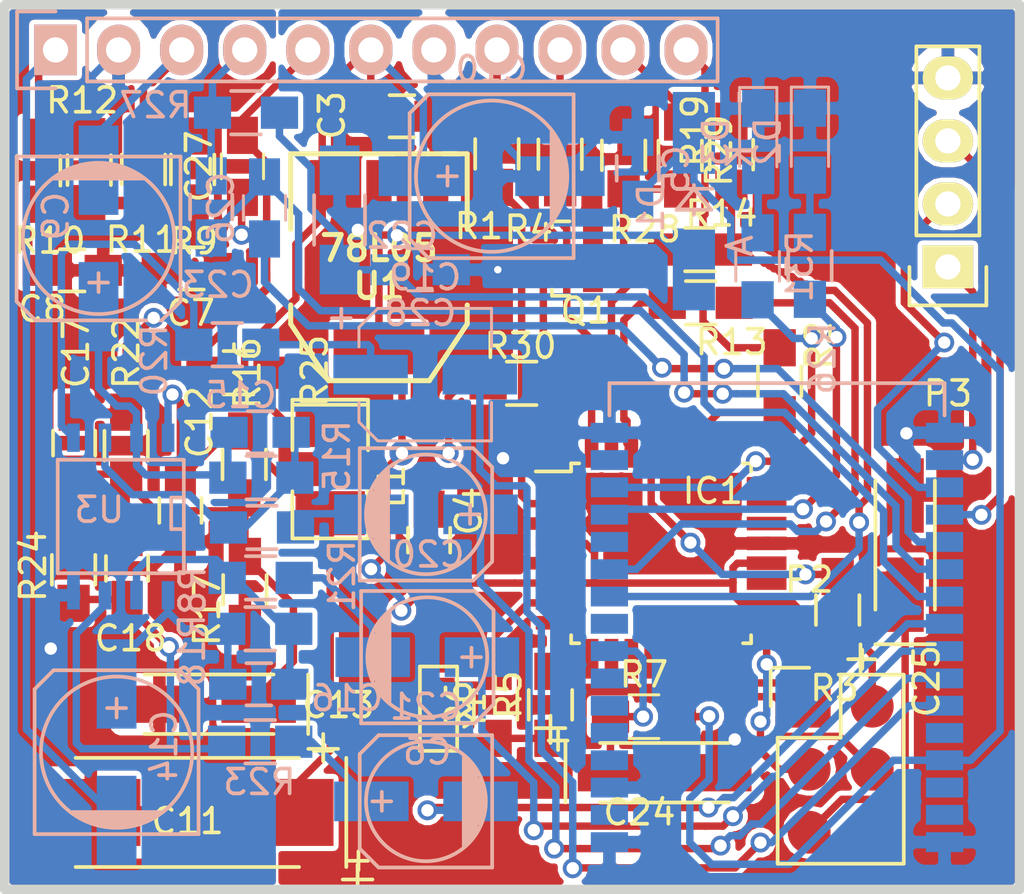
<source format=kicad_pcb>
(kicad_pcb (version 20171130) (host pcbnew 5.0.0-rc1-44a33f2~62~ubuntu16.04.1)
  (title_block (date "25 feb 2014"))
  (layers (0 Front signal) (31 Back signal) (34 B.Paste user) (35 F.Paste user) (36 B.SilkS user hide) (37 F.SilkS user) (38 B.Mask user) (39 F.Mask user hide) (44 Edge.Cuts user))
  (net 0 "")
  (net 1 +5V)
  (net 2 /DataOut)
  (net 3 GND)
  (net 4 +12V)
  (net 5 TX)
  (net 6 RX)
  (net 7 /BT_RESET)
  (net 8 /ARESET)
  (net 9 +BATT)
  (net 10 "Net-(IC1-Pad8)")
  (net 11 /MOSI)
  (net 12 /MISO)
  (net 13 /SCK)
  (net 14 /BTOUTL)
  (net 15 "Net-(C6-Pad2)")
  (net 16 /BTOUTR)
  (net 17 "Net-(C8-Pad1)")
  (net 18 /AOUTL)
  (net 19 /AOUTR)
  (net 20 GNDA)
  (net 21 +12C)
  (net 22 /VGND)
  (net 23 /DataIn)
  (net 24 /Clock)
  (net 25 "Net-(C7-Pad1)")
  (net 26 "Net-(C15-Pad1)")
  (net 27 "Net-(C14-Pad1)")
  (net 28 "Net-(C15-Pad2)")
  (net 29 "Net-(C16-Pad2)")
  (net 30 "Net-(C17-Pad1)")
  (net 31 "Net-(C18-Pad1)")
  (net 32 "Net-(C19-Pad1)")
  (net 33 "Net-(C20-Pad2)")
  (net 34 "Net-(C21-Pad1)")
  (net 35 "Net-(IC1-Pad30)")
  (net 36 "Net-(IC1-Pad31)")
  (net 37 /MIC_BIAS)
  (net 38 /CDC_ENA_5V)
  (net 39 /CDC_ENA_12V)
  (net 40 "Net-(Q1-Pad1)")
  (net 41 "Net-(P1-Pad8)")
  (net 42 "Net-(IC1-Pad32)")
  (net 43 "Net-(P1-Pad11)")
  (net 44 /BTOUTRN)
  (net 45 /BTOUTLN)
  (net 46 /MICP)
  (net 47 /MIC_IN2)
  (net 48 /MICN)
  (net 49 /MIC_IN1)
  (net 50 "Net-(D2-Pad2)")
  (net 51 "Net-(D3-Pad2)")
  (net 52 /LED1)
  (net 53 /LED2)
  (net 54 /IN_DETECT)
  (net 55 /INR)
  (net 56 /INL)
  (net 57 "Net-(IC1-Pad7)")
  (net 58 "Net-(R5-Pad1)")
  (module Capacitors_SMD:C_0805_HandSoldering (layer Back) (at 86.36 147.574)
    (fp_text reference C28 (at 0 1.75) (layer B.SilkS) (effects (justify mirror)))
    (fp_text value 100n)
    (pad 2 smd rect (at 1.25 0) (size 1.5 1.25) (layers Back B.Paste B.Mask) (net 3 GND))
    (pad 1 smd rect (at -1.25 0) (size 1.5 1.25) (layers Back B.Paste B.Mask) (net 37 /MIC_BIAS))
  )
  (module Housings_QFP:TQFP-32_7x7mm_Pitch0.8mm (layer Front) (at 96.0628 159.004)
    (fp_text reference IC1 (at 2.0828 -2.5146) (layer F.SilkS))
    (fp_text value ATMEGA88-A)
    (pad 1 smd rect (at -4.25 -2.8) (size 1.6 0.55) (layers Front F.Paste F.Mask) (net 38 /CDC_ENA_5V))
    (pad 2 smd rect (at -4.25 -2) (size 1.6 0.55) (layers Front F.Paste F.Mask) (net 24 /Clock))
    (pad 3 smd rect (at -4.25 -1.2) (size 1.6 0.55) (layers Front F.Paste F.Mask) (net 3 GND))
    (pad 4 smd rect (at -4.25 -0.4) (size 1.6 0.55) (layers Front F.Paste F.Mask) (net 1 +5V))
    (pad 5 smd rect (at -4.25 0.4) (size 1.6 0.55) (layers Front F.Paste F.Mask) (net 3 GND))
    (pad 6 smd rect (at -4.25 1.2) (size 1.6 0.55) (layers Front F.Paste F.Mask) (net 1 +5V))
    (pad 7 smd rect (at -4.25 2) (size 1.6 0.55) (layers Front F.Paste F.Mask) (net 57 "Net-(IC1-Pad7)"))
    (pad 8 smd rect (at -4.25 2.8) (size 1.6 0.55) (layers Front F.Paste F.Mask) (net 10 "Net-(IC1-Pad8)"))
    (pad 9 smd rect (at -2.8 4.25 90) (size 1.6 0.55) (layers Front F.Paste F.Mask))
    (pad 10 smd rect (at -2 4.25 90) (size 1.6 0.55) (layers Front F.Paste F.Mask))
    (pad 11 smd rect (at -1.2 4.25 90) (size 1.6 0.55) (layers Front F.Paste F.Mask))
    (pad 12 smd rect (at -0.4 4.25 90) (size 1.6 0.55) (layers Front F.Paste F.Mask))
    (pad 13 smd rect (at 0.4 4.25 90) (size 1.6 0.55) (layers Front F.Paste F.Mask))
    (pad 14 smd rect (at 1.2 4.25 90) (size 1.6 0.55) (layers Front F.Paste F.Mask))
    (pad 15 smd rect (at 2 4.25 90) (size 1.6 0.55) (layers Front F.Paste F.Mask) (net 11 /MOSI))
    (pad 16 smd rect (at 2.8 4.25 90) (size 1.6 0.55) (layers Front F.Paste F.Mask) (net 12 /MISO))
    (pad 17 smd rect (at 4.25 2.8) (size 1.6 0.55) (layers Front F.Paste F.Mask) (net 13 /SCK))
    (pad 18 smd rect (at 4.25 2) (size 1.6 0.55) (layers Front F.Paste F.Mask) (net 1 +5V))
    (pad 19 smd rect (at 4.25 1.2) (size 1.6 0.55) (layers Front F.Paste F.Mask))
    (pad 20 smd rect (at 4.25 0.4) (size 1.6 0.55) (layers Front F.Paste F.Mask) (net 1 +5V))
    (pad 21 smd rect (at 4.25 -0.4) (size 1.6 0.55) (layers Front F.Paste F.Mask) (net 3 GND))
    (pad 22 smd rect (at 4.25 -1.2) (size 1.6 0.55) (layers Front F.Paste F.Mask))
    (pad 23 smd rect (at 4.25 -2) (size 1.6 0.55) (layers Front F.Paste F.Mask))
    (pad 24 smd rect (at 4.25 -2.8) (size 1.6 0.55) (layers Front F.Paste F.Mask))
    (pad 25 smd rect (at 2.8 -4.25 90) (size 1.6 0.55) (layers Front F.Paste F.Mask))
    (pad 26 smd rect (at 2 -4.25 90) (size 1.6 0.55) (layers Front F.Paste F.Mask) (net 23 /DataIn))
    (pad 27 smd rect (at 1.2 -4.25 90) (size 1.6 0.55) (layers Front F.Paste F.Mask))
    (pad 28 smd rect (at 0.4 -4.25 90) (size 1.6 0.55) (layers Front F.Paste F.Mask))
    (pad 29 smd rect (at -0.4 -4.25 90) (size 1.6 0.55) (layers Front F.Paste F.Mask) (net 8 /ARESET))
    (pad 30 smd rect (at -1.2 -4.25 90) (size 1.6 0.55) (layers Front F.Paste F.Mask) (net 35 "Net-(IC1-Pad30)"))
    (pad 31 smd rect (at -2 -4.25 90) (size 1.6 0.55) (layers Front F.Paste F.Mask) (net 36 "Net-(IC1-Pad31)"))
    (pad 32 smd rect (at -2.8 -4.25 90) (size 1.6 0.55) (layers Front F.Paste F.Mask) (net 42 "Net-(IC1-Pad32)"))
  )
  (module Resistors_SMD:R_0805_HandSoldering (layer Front) (at 97.6287 146.7612)
    (fp_text reference R14 (at 0.8636 -1.4478) (layer F.SilkS))
    (fp_text value 330)
    (pad 1 smd rect (at -1.35 0) (size 1.5 1.3) (layers Front F.Paste F.Mask) (net 36 "Net-(IC1-Pad31)"))
    (pad 2 smd rect (at 1.35 0) (size 1.5 1.3) (layers Front F.Paste F.Mask) (net 5 TX))
  )
  (module Diodes_SMD:MiniMELF_Handsoldering (layer Back) (at 97.3836 144.81048 270)
    (fp_text reference D1 (at 0.2794 1.7272 270) (layer B.SilkS) (effects (justify mirror)))
    (fp_text value 1N4148)
    (fp_text user K (at -1.8 -1.85 270) (layer B.SilkS) (effects (justify mirror)))
    (fp_text user A (at 1.8 -1.85 270) (layer B.SilkS) (effects (justify mirror)))
    (pad 1 smd rect (at -2.75082 0 270) (size 3.29946 1.69926) (layers Back B.Paste B.Mask) (net 9 +BATT))
    (pad 2 smd rect (at 2.75082 0 270) (size 3.29946 1.69926) (layers Back B.Paste B.Mask) (net 1 +5V))
  )
  (module modules:MURATA_CSTCE_V53 (layer Front) (at 87.0966 166.2176 90)
    (fp_text reference Y1 (at 0.87 1.47 90) (layer F.SilkS) (effects (font (size 0.8 0.8))))
    (fp_text value Crystal_GND2)
    (pad 2 smd rect (at 0.95 0 90) (size 0.6 1.3) (layers Front F.Paste F.Mask) (net 3 GND))
    (pad 3 smd rect (at 1.9 0 90) (size 0.6 1.3) (layers Front F.Paste F.Mask) (net 57 "Net-(IC1-Pad7)"))
    (pad 1 smd rect (at 0 0 90) (size 0.6 1.3) (layers Front F.Paste F.Mask) (net 58 "Net-(R5-Pad1)"))
  )
  (module Capacitors_SMD:c_elec_5x5.8 (layer Back) (at 86.5886 169.00144 180)
    (fp_text reference C21 (at 0 3.81 180) (layer B.SilkS) (effects (justify mirror)))
    (fp_text value 10m/16V)
    (pad 1 smd rect (at 2.19964 0 180) (size 2.99974 1.6002) (layers Back B.Paste B.Mask) (net 34 "Net-(C21-Pad1)"))
    (pad 2 smd rect (at -2.19964 0 180) (size 2.99974 1.6002) (layers Back B.Paste B.Mask) (net 45 /BTOUTLN))
  )
  (module Resistors_SMD:R_0805_HandSoldering (layer Front) (at 100.838 152.0698 270)
    (fp_text reference R2 (at -1.4478 -1.5748 270) (layer F.SilkS))
    (fp_text value 3k3)
    (pad 1 smd rect (at -1.35 0 270) (size 1.5 1.3) (layers Front F.Paste F.Mask) (net 43 "Net-(P1-Pad11)"))
    (pad 2 smd rect (at 1.35 0 270) (size 1.5 1.3) (layers Front F.Paste F.Mask) (net 23 /DataIn))
  )
  (module Capacitors_SMD:CP_Elec_5x5.8 (layer Back) (at 86.5603 151.8031)
    (fp_text reference C19 (at 0 -3.92) (layer B.SilkS) (effects (justify mirror)))
    (fp_text value 10m/16V)
    (fp_text user + (at -3.38 -2.35) (layer B.SilkS) (effects (justify mirror)))
    (pad 2 smd rect (at 2.2 0 180) (size 3 1.6) (layers Back B.Paste B.Mask) (net 44 /BTOUTRN))
    (pad 1 smd rect (at -2.2 0 180) (size 3 1.6) (layers Back B.Paste B.Mask) (net 32 "Net-(C19-Pad1)"))
  )
  (module Resistors_SMD:R_0805_HandSoldering (layer Back) (at 79.91348 166.5986 180)
    (fp_text reference R23 (at 0.03048 -1.6256 180) (layer B.SilkS) (effects (justify mirror)))
    (fp_text value 22k)
    (pad 1 smd rect (at -1.35 0 180) (size 1.5 1.3) (layers Back B.Paste B.Mask) (net 34 "Net-(C21-Pad1)"))
    (pad 2 smd rect (at 1.35 0 180) (size 1.5 1.3) (layers Back B.Paste B.Mask) (net 31 "Net-(C18-Pad1)"))
  )
  (module my_modules:SOT-223-REGULATOR (layer Front) (at 84.6963 147.4724 180)
    (fp_text reference U1 (at 0 -0.762 180) (layer F.SilkS) (effects (font (size 1.016 1.016) (thickness 0.2032))))
    (fp_text value 78L05 (at 0 0.762 180) (layer F.SilkS) (effects (font (size 1.016 1.016) (thickness 0.2032))))
    (pad VO smd rect (at 0 -3.302 180) (size 3.6576 2.032) (layers Front F.Paste F.Mask) (net 1 +5V))
    (pad VO smd rect (at 0 3.302 180) (size 1.016 2.032) (layers Front F.Paste F.Mask) (net 1 +5V))
    (pad VI smd rect (at 2.286 3.302 180) (size 1.016 2.032) (layers Front F.Paste F.Mask) (net 4 +12V))
    (pad GND smd rect (at -2.286 3.302 180) (size 1.016 2.032) (layers Front F.Paste F.Mask) (net 3 GND))
  )
  (module Capacitors_SMD:C_0805_HandSoldering (layer Front) (at 85.6234 141.3891)
    (fp_text reference C3 (at -2.8194 -0.0381 90) (layer F.SilkS))
    (fp_text value 100n)
    (pad 1 smd rect (at -1.25 0) (size 1.5 1.25) (layers Front F.Paste F.Mask) (net 4 +12V))
    (pad 2 smd rect (at 1.25 0) (size 1.5 1.25) (layers Front F.Paste F.Mask) (net 3 GND))
  )
  (module Capacitors_SMD:C_0805_HandSoldering (layer Front) (at 86.7156 158.47568 90)
    (fp_text reference C4 (at 1.17348 1.6002 90) (layer F.SilkS))
    (fp_text value 100n)
    (pad 1 smd rect (at -1.25 0 90) (size 1.5 1.25) (layers Front F.Paste F.Mask) (net 1 +5V))
    (pad 2 smd rect (at 1.25 0 90) (size 1.5 1.25) (layers Front F.Paste F.Mask) (net 3 GND))
  )
  (module Capacitors_SMD:C_0805_HandSoldering (layer Back) (at 95.123 143.4846 90)
    (fp_text reference C5 (at -0.0508 1.5494 90) (layer B.SilkS) (effects (justify mirror)))
    (fp_text value 100n)
    (pad 1 smd rect (at -1.25 0 90) (size 1.5 1.25) (layers Back B.Paste B.Mask) (net 9 +BATT))
    (pad 2 smd rect (at 1.25 0 90) (size 1.5 1.25) (layers Back B.Paste B.Mask) (net 3 GND))
  )
  (module Pin_Headers:Pin_Header_Straight_2x03 (layer Front) (at 102.02672 165.16604)
    (fp_text reference P2 (at 0 -5.1) (layer F.SilkS))
    (fp_text value SPI)
    (pad 1 smd rect (at 0 0) (size 1.7272 1.7272) (layers Front F.Paste F.Mask) (net 12 /MISO))
    (pad 2 smd oval (at 2.54 0) (size 1.7272 1.7272) (layers Front F.Paste F.Mask) (net 1 +5V))
    (pad 3 smd oval (at 0 2.54) (size 1.7272 1.7272) (layers Front F.Paste F.Mask) (net 13 /SCK))
    (pad 4 smd oval (at 2.54 2.54) (size 1.7272 1.7272) (layers Front F.Paste F.Mask) (net 11 /MOSI))
    (pad 5 smd oval (at 0 5.08) (size 1.7272 1.7272) (layers Front F.Paste F.Mask) (net 8 /ARESET))
    (pad 6 smd oval (at 2.54 5.08) (size 1.7272 1.7272) (layers Front F.Paste F.Mask) (net 3 GND))
  )
  (module Resistors_SMD:R_0805_HandSoldering (layer Front) (at 89.44864 142.90548 270)
    (fp_text reference R1 (at 2.91592 0.72644) (layer F.SilkS))
    (fp_text value 3k3)
    (pad 1 smd rect (at -1.35 0 270) (size 1.5 1.3) (layers Front F.Paste F.Mask) (net 41 "Net-(P1-Pad8)"))
    (pad 2 smd rect (at 1.35 0 270) (size 1.5 1.3) (layers Front F.Paste F.Mask) (net 24 /Clock))
  )
  (module Resistors_SMD:R_0805_HandSoldering (layer Front) (at 90.44432 152.15362)
    (fp_text reference R30 (at -0.04572 -1.50622) (layer F.SilkS))
    (fp_text value 10k)
    (pad 1 smd rect (at -1.35 0) (size 1.5 1.3) (layers Front F.Paste F.Mask) (net 1 +5V))
    (pad 2 smd rect (at 1.35 0) (size 1.5 1.3) (layers Front F.Paste F.Mask) (net 38 /CDC_ENA_5V))
  )
  (module Resistors_SMD:R_0805_HandSoldering (layer Front) (at 91.99372 142.92072 90)
    (fp_text reference R4 (at -3.00228 -1.26492) (layer F.SilkS))
    (fp_text value 3k3)
    (pad 1 smd rect (at -1.35 0 90) (size 1.5 1.3) (layers Front F.Paste F.Mask) (net 42 "Net-(IC1-Pad32)"))
    (pad 2 smd rect (at 1.35 0 90) (size 1.5 1.3) (layers Front F.Paste F.Mask) (net 2 /DataOut))
  )
  (module Resistors_SMD:R_0805_HandSoldering (layer Front) (at 91.6051 165.1127 90)
    (fp_text reference R5 (at 0.4064 -1.6891 90) (layer F.SilkS))
    (fp_text value 27)
    (pad 1 smd rect (at -1.35 0 90) (size 1.5 1.3) (layers Front F.Paste F.Mask) (net 58 "Net-(R5-Pad1)"))
    (pad 2 smd rect (at 1.35 0 90) (size 1.5 1.3) (layers Front F.Paste F.Mask) (net 10 "Net-(IC1-Pad8)"))
  )
  (module Resistors_SMD:R_0805_HandSoldering (layer Front) (at 89.3953 165.1127 270)
    (fp_text reference R6 (at -0.0127 1.4732 270) (layer F.SilkS))
    (fp_text value 1M)
    (pad 1 smd rect (at -1.35 0 270) (size 1.5 1.3) (layers Front F.Paste F.Mask) (net 57 "Net-(IC1-Pad7)"))
    (pad 2 smd rect (at 1.35 0 270) (size 1.5 1.3) (layers Front F.Paste F.Mask) (net 58 "Net-(R5-Pad1)"))
  )
  (module Resistors_SMD:R_0805_HandSoldering (layer Front) (at 103.1748 161.29 270)
    (fp_text reference R3 (at 3.1496 0.127 180) (layer F.SilkS))
    (fp_text value 3k3)
    (pad 1 smd rect (at -1.35 0 270) (size 1.5 1.3) (layers Front F.Paste F.Mask) (net 8 /ARESET))
    (pad 2 smd rect (at 1.35 0 270) (size 1.5 1.3) (layers Front F.Paste F.Mask) (net 1 +5V))
  )
  (module Capacitors_SMD:c_elec_5x5.8 (layer Back) (at 86.64448 163.18992)
    (fp_text reference C6 (at 0 3.81) (layer B.SilkS) (effects (justify mirror)))
    (fp_text value 10m/16V)
    (pad 1 smd rect (at 2.19964 0) (size 2.99974 1.6002) (layers Back B.Paste B.Mask) (net 14 /BTOUTL))
    (pad 2 smd rect (at -2.19964 0) (size 2.99974 1.6002) (layers Back B.Paste B.Mask) (net 15 "Net-(C6-Pad2)"))
  )
  (module Capacitors_SMD:c_elec_6.3x5.7 (layer Back) (at 73.40092 146.31416 270)
    (fp_text reference C9 (at -0.89916 1.72212 270) (layer B.SilkS) (effects (justify mirror)))
    (fp_text value 47m/25V)
    (pad 1 smd rect (at 2.75082 0 270) (size 3.59918 1.6002) (layers Back B.Paste B.Mask) (net 26 "Net-(C15-Pad1)"))
    (pad 2 smd rect (at -2.75082 0 270) (size 3.59918 1.6002) (layers Back B.Paste B.Mask) (net 19 /AOUTR))
  )
  (module Capacitors_SMD:c_elec_6.3x7.7 (layer Back) (at 89.23528 143.80464 180)
    (fp_text reference C10 (at 0 4.318 180) (layer B.SilkS) (effects (justify mirror)))
    (fp_text value 100m/25V)
    (pad 1 smd rect (at 2.75082 0 180) (size 3.59918 1.6002) (layers Back B.Paste B.Mask) (net 4 +12V))
    (pad 2 smd rect (at -2.75082 0 180) (size 3.59918 1.6002) (layers Back B.Paste B.Mask) (net 3 GND))
  )
  (module Capacitors_Tantalum_SMD:TantalC_SizeD_EIA-7343_HandSoldering (layer Front) (at 76.97724 169.44848 180)
    (fp_text reference C11 (at -0.01016 -0.35052 180) (layer F.SilkS))
    (fp_text value 47m/25V)
    (fp_text user + (at -6.89356 -1.87452 180) (layer F.SilkS))
    (pad 2 smd rect (at 3.88874 0 180) (size 4.0005 2.70002) (layers Front F.Paste F.Mask) (net 20 GNDA))
    (pad 1 smd rect (at -3.88874 0 180) (size 4.0005 2.70002) (layers Front F.Paste F.Mask) (net 21 +12C))
  )
  (module Capacitors_SMD:C_0805_HandSoldering (layer Front) (at 76.69784 157.2768 270)
    (fp_text reference C12 (at -3.556 -0.77216 270) (layer F.SilkS))
    (fp_text value 100n)
    (pad 1 smd rect (at -1.25 0 270) (size 1.5 1.25) (layers Front F.Paste F.Mask) (net 21 +12C))
    (pad 2 smd rect (at 1.25 0 270) (size 1.5 1.25) (layers Front F.Paste F.Mask) (net 20 GNDA))
  )
  (module Capacitors_Tantalum_SMD:TantalC_SizeA_EIA-3216_HandSoldering (layer Front) (at 77.851 165.0873 180)
    (fp_text reference C13 (at -5.207 -0.0381 180) (layer F.SilkS))
    (fp_text value 2m2/16V)
    (fp_text user + (at -4.59994 -1.80086 180) (layer F.SilkS))
    (pad 2 smd rect (at 1.99898 0 180) (size 2.99974 1.50114) (layers Front F.Paste F.Mask) (net 20 GNDA))
    (pad 1 smd rect (at -1.99898 0 180) (size 2.99974 1.50114) (layers Front F.Paste F.Mask) (net 22 /VGND))
  )
  (module Resistors_SMD:R_0805_HandSoldering (layer Back) (at 79.9338 159.9946)
    (fp_text reference R8 (at -2.7432 0.508 90) (layer B.SilkS) (effects (justify mirror)))
    (fp_text value 22k)
    (pad 1 smd rect (at -1.35 0) (size 1.5 1.3) (layers Back B.Paste B.Mask) (net 29 "Net-(C16-Pad2)"))
    (pad 2 smd rect (at 1.35 0) (size 1.5 1.3) (layers Back B.Paste B.Mask) (net 15 "Net-(C6-Pad2)"))
  )
  (module Resistors_SMD:R_0805_HandSoldering (layer Front) (at 77.1906 143.5354 90)
    (fp_text reference R9 (at -2.8956 0.04572 180) (layer F.SilkS))
    (fp_text value 39R)
    (pad 1 smd rect (at -1.35 0 90) (size 1.5 1.3) (layers Front F.Paste F.Mask) (net 25 "Net-(C7-Pad1)"))
    (pad 2 smd rect (at 1.35 0 90) (size 1.5 1.3) (layers Front F.Paste F.Mask) (net 19 /AOUTR))
  )
  (module Resistors_SMD:R_0805_HandSoldering (layer Front) (at 70.98792 143.5862 90)
    (fp_text reference R10 (at -2.8194 0.43688 180) (layer F.SilkS))
    (fp_text value 39R)
    (pad 1 smd rect (at -1.35 0 90) (size 1.5 1.3) (layers Front F.Paste F.Mask) (net 17 "Net-(C8-Pad1)"))
    (pad 2 smd rect (at 1.35 0 90) (size 1.5 1.3) (layers Front F.Paste F.Mask) (net 18 /AOUTL))
  )
  (module Resistors_SMD:R_0805_HandSoldering (layer Front) (at 75.2094 143.5354 90)
    (fp_text reference R11 (at -2.82956 -0.07112 180) (layer F.SilkS))
    (fp_text value 47k)
    (pad 1 smd rect (at -1.35 0 90) (size 1.5 1.3) (layers Front F.Paste F.Mask) (net 20 GNDA))
    (pad 2 smd rect (at 1.35 0 90) (size 1.5 1.3) (layers Front F.Paste F.Mask) (net 19 /AOUTR))
  )
  (module Resistors_SMD:R_0805_HandSoldering (layer Front) (at 73.025 143.5608 90)
    (fp_text reference R12 (at 2.80924 -0.28448 180) (layer F.SilkS))
    (fp_text value 47k)
    (pad 1 smd rect (at -1.35 0 90) (size 1.5 1.3) (layers Front F.Paste F.Mask) (net 20 GNDA))
    (pad 2 smd rect (at 1.35 0 90) (size 1.5 1.3) (layers Front F.Paste F.Mask) (net 18 /AOUTL))
  )
  (module Resistors_SMD:R_0805_HandSoldering (layer Front) (at 97.6592 148.9075)
    (fp_text reference R13 (at 1.2446 1.5875) (layer F.SilkS))
    (fp_text value 330)
    (pad 1 smd rect (at -1.35 0) (size 1.5 1.3) (layers Front F.Paste F.Mask) (net 35 "Net-(IC1-Pad30)"))
    (pad 2 smd rect (at 1.35 0) (size 1.5 1.3) (layers Front F.Paste F.Mask) (net 6 RX))
  )
  (module Resistors_SMD:R_0805_HandSoldering (layer Back) (at 79.9592 155.956 180)
    (fp_text reference R15 (at -3.048 0.8636 270) (layer B.SilkS) (effects (justify mirror)))
    (fp_text value 47k)
    (pad 1 smd rect (at -1.35 0 180) (size 1.5 1.3) (layers Back B.Paste B.Mask) (net 28 "Net-(C15-Pad2)"))
    (pad 2 smd rect (at 1.35 0 180) (size 1.5 1.3) (layers Back B.Paste B.Mask) (net 26 "Net-(C15-Pad1)"))
  )
  (module Resistors_SMD:R_0805_HandSoldering (layer Front) (at 79.26832 155.4226 90)
    (fp_text reference R16 (at 3.683 0.13208 90) (layer F.SilkS))
    (fp_text value 100k)
    (pad 1 smd rect (at -1.35 0 90) (size 1.5 1.3) (layers Front F.Paste F.Mask) (net 22 /VGND))
    (pad 2 smd rect (at 1.35 0 90) (size 1.5 1.3) (layers Front F.Paste F.Mask) (net 21 +12C))
  )
  (module Resistors_SMD:R_0805_HandSoldering (layer Front) (at 79.29626 160.47974 90)
    (fp_text reference R17 (at -0.81026 -1.52146 90) (layer F.SilkS))
    (fp_text value 100k)
    (pad 1 smd rect (at -1.35 0 90) (size 1.5 1.3) (layers Front F.Paste F.Mask) (net 20 GNDA))
    (pad 2 smd rect (at 1.35 0 90) (size 1.5 1.3) (layers Front F.Paste F.Mask) (net 22 /VGND))
  )
  (module SMD_Packages:SOIC-8-N (layer Back) (at 74.295 157.52064 180)
    (fp_text reference U3 (at 0.8636 0.26924 180) (layer B.SilkS) (effects (justify mirror)))
    (fp_text value LM358)
    (pad 8 smd rect (at -1.905 3.175 180) (size 0.508 1.143) (layers Back B.Paste B.Mask) (net 21 +12C))
    (pad 7 smd rect (at -0.635 3.175 180) (size 0.508 1.143) (layers Back B.Paste B.Mask) (net 26 "Net-(C15-Pad1)"))
    (pad 6 smd rect (at 0.635 3.175 180) (size 0.508 1.143) (layers Back B.Paste B.Mask) (net 28 "Net-(C15-Pad2)"))
    (pad 5 smd rect (at 1.905 3.175 180) (size 0.508 1.143) (layers Back B.Paste B.Mask) (net 30 "Net-(C17-Pad1)"))
    (pad 4 smd rect (at 1.905 -3.175 180) (size 0.508 1.143) (layers Back B.Paste B.Mask) (net 20 GNDA))
    (pad 3 smd rect (at 0.635 -3.175 180) (size 0.508 1.143) (layers Back B.Paste B.Mask) (net 31 "Net-(C18-Pad1)"))
    (pad 2 smd rect (at -0.635 -3.175 180) (size 0.508 1.143) (layers Back B.Paste B.Mask) (net 29 "Net-(C16-Pad2)"))
    (pad 1 smd rect (at -1.905 -3.175 180) (size 0.508 1.143) (layers Back B.Paste B.Mask) (net 27 "Net-(C14-Pad1)"))
  )
  (module SMD_Packages:SMD-1210_Pol (layer Front) (at 82.73288 155.61056 270)
    (fp_text reference L1 (at 0.70104 -2.48412 270) (layer F.SilkS))
    (fp_text value 330u)
    (pad 1 smd rect (at -1.778 0 270) (size 1.778 2.794) (layers Front F.Paste F.Mask) (net 4 +12V))
    (pad 2 smd rect (at 1.778 0 270) (size 1.778 2.794) (layers Front F.Paste F.Mask) (net 21 +12C))
  )
  (module Capacitors_SMD:c_elec_6.3x5.7 (layer Back) (at 74.12736 167.02024 90)
    (fp_text reference C14 (at 0.24384 1.92024 90) (layer B.SilkS) (effects (justify mirror)))
    (fp_text value 47m/25V)
    (pad 1 smd rect (at 2.75082 0 90) (size 3.59918 1.6002) (layers Back B.Paste B.Mask) (net 27 "Net-(C14-Pad1)"))
    (pad 2 smd rect (at -2.75082 0 90) (size 3.59918 1.6002) (layers Back B.Paste B.Mask) (net 18 /AOUTL))
  )
  (module Capacitors_SMD:C_0805_HandSoldering (layer Back) (at 79.9084 154.1272)
    (fp_text reference C15 (at -0.7874 -1.4986) (layer B.SilkS) (effects (justify mirror)))
    (fp_text value 33p)
    (pad 1 smd rect (at -1.25 0) (size 1.5 1.25) (layers Back B.Paste B.Mask) (net 26 "Net-(C15-Pad1)"))
    (pad 2 smd rect (at 1.25 0) (size 1.5 1.25) (layers Back B.Paste B.Mask) (net 28 "Net-(C15-Pad2)"))
  )
  (module Capacitors_SMD:C_0805_HandSoldering (layer Back) (at 79.8576 164.28212)
    (fp_text reference C16 (at 3.556 0.56388) (layer B.SilkS) (effects (justify mirror)))
    (fp_text value 33p)
    (pad 1 smd rect (at -1.25 0) (size 1.5 1.25) (layers Back B.Paste B.Mask) (net 27 "Net-(C14-Pad1)"))
    (pad 2 smd rect (at 1.25 0) (size 1.5 1.25) (layers Back B.Paste B.Mask) (net 29 "Net-(C16-Pad2)"))
  )
  (module Capacitors_SMD:C_0805_HandSoldering (layer Front) (at 72.41794 154.56408 270)
    (fp_text reference C17 (at -3.66268 -0.07366 270) (layer F.SilkS))
    (fp_text value 33p)
    (pad 1 smd rect (at -1.25 0 270) (size 1.5 1.25) (layers Front F.Paste F.Mask) (net 30 "Net-(C17-Pad1)"))
    (pad 2 smd rect (at 1.25 0 270) (size 1.5 1.25) (layers Front F.Paste F.Mask) (net 22 /VGND))
  )
  (module Capacitors_SMD:C_0805_HandSoldering (layer Front) (at 74.549 159.6136 90)
    (fp_text reference C18 (at -2.8194 0.1524 180) (layer F.SilkS))
    (fp_text value 33p)
    (pad 1 smd rect (at -1.25 0 90) (size 1.5 1.25) (layers Front F.Paste F.Mask) (net 31 "Net-(C18-Pad1)"))
    (pad 2 smd rect (at 1.25 0 90) (size 1.5 1.25) (layers Front F.Paste F.Mask) (net 22 /VGND))
  )
  (module Capacitors_SMD:c_elec_5x5.8 (layer Back) (at 86.5886 157.43428)
    (fp_text reference C20 (at 0.1016 1.62052) (layer B.SilkS) (effects (justify mirror)))
    (fp_text value 10m/16V)
    (pad 1 smd rect (at 2.19964 0) (size 2.99974 1.6002) (layers Back B.Paste B.Mask) (net 16 /BTOUTR))
    (pad 2 smd rect (at -2.19964 0) (size 2.99974 1.6002) (layers Back B.Paste B.Mask) (net 33 "Net-(C20-Pad2)"))
  )
  (module Resistors_SMD:R_0805_HandSoldering (layer Back) (at 79.91348 162.04692 180)
    (fp_text reference R18 (at 2.74828 -0.86868 90) (layer B.SilkS) (effects (justify mirror)))
    (fp_text value 47k)
    (pad 1 smd rect (at -1.35 0 180) (size 1.5 1.3) (layers Back B.Paste B.Mask) (net 29 "Net-(C16-Pad2)"))
    (pad 2 smd rect (at 1.35 0 180) (size 1.5 1.3) (layers Back B.Paste B.Mask) (net 27 "Net-(C14-Pad1)"))
  )
  (module Resistors_SMD:R_0805_HandSoldering (layer Front) (at 98.8949 142.9385 90)
    (fp_text reference R19 (at 0.9652 -1.4732 90) (layer F.SilkS))
    (fp_text value 4k7)
    (pad 1 smd rect (at -1.35 0 90) (size 1.5 1.3) (layers Front F.Paste F.Mask) (net 5 TX))
    (pad 2 smd rect (at 1.35 0 90) (size 1.5 1.3) (layers Front F.Paste F.Mask) (net 3 GND))
  )
  (module Resistors_SMD:R_0805_HandSoldering (layer Back) (at 78.5876 150.5966 180)
    (fp_text reference R20 (at 2.9464 -0.635 270) (layer B.SilkS) (effects (justify mirror)))
    (fp_text value 22k)
    (pad 1 smd rect (at -1.35 0 180) (size 1.5 1.3) (layers Back B.Paste B.Mask) (net 32 "Net-(C19-Pad1)"))
    (pad 2 smd rect (at 1.35 0 180) (size 1.5 1.3) (layers Back B.Paste B.Mask) (net 30 "Net-(C17-Pad1)"))
  )
  (module Resistors_SMD:R_0805_HandSoldering (layer Back) (at 79.9846 157.9626)
    (fp_text reference R21 (at 3.2258 1.9558 270) (layer B.SilkS) (effects (justify mirror)))
    (fp_text value 22k)
    (pad 1 smd rect (at -1.35 0) (size 1.5 1.3) (layers Back B.Paste B.Mask) (net 28 "Net-(C15-Pad2)"))
    (pad 2 smd rect (at 1.35 0) (size 1.5 1.3) (layers Back B.Paste B.Mask) (net 33 "Net-(C20-Pad2)"))
  )
  (module Resistors_SMD:R_0805_HandSoldering (layer Front) (at 74.51344 154.66568 90)
    (fp_text reference R22 (at 3.73888 0.01016 90) (layer F.SilkS))
    (fp_text value 47k)
    (pad 1 smd rect (at -1.35 0 90) (size 1.5 1.3) (layers Front F.Paste F.Mask) (net 22 /VGND))
    (pad 2 smd rect (at 1.35 0 90) (size 1.5 1.3) (layers Front F.Paste F.Mask) (net 30 "Net-(C17-Pad1)"))
  )
  (module Resistors_SMD:R_0805_HandSoldering (layer Front) (at 72.39508 159.66948 270)
    (fp_text reference R24 (at -0.15748 1.63068 270) (layer F.SilkS))
    (fp_text value 47k)
    (pad 1 smd rect (at -1.35 0 270) (size 1.5 1.3) (layers Front F.Paste F.Mask) (net 22 /VGND))
    (pad 2 smd rect (at 1.35 0 270) (size 1.5 1.3) (layers Front F.Paste F.Mask) (net 31 "Net-(C18-Pad1)"))
  )
  (module Resistors_SMD:R_0805_HandSoldering (layer Front) (at 79.0359 151.7269 180)
    (fp_text reference R25 (at -3.0734 0.0762 90) (layer F.SilkS))
    (fp_text value 1k2)
    (pad 1 smd rect (at -1.35 0 180) (size 1.5 1.3) (layers Front F.Paste F.Mask) (net 3 GND))
    (pad 2 smd rect (at 1.35 0 180) (size 1.5 1.3) (layers Front F.Paste F.Mask) (net 49 /MIC_IN1))
  )
  (module Resistors_SMD:R_0805_HandSoldering (layer Back) (at 102.0572 147.41652 90)
    (fp_text reference R26 (at -3.7338 0.508 270) (layer B.SilkS) (effects (justify mirror)))
    (fp_text value 1k)
    (pad 1 smd rect (at -1.35 0 90) (size 1.5 1.3) (layers Back B.Paste B.Mask) (net 52 /LED1))
    (pad 2 smd rect (at 1.35 0 90) (size 1.5 1.3) (layers Back B.Paste B.Mask) (net 50 "Net-(D2-Pad2)"))
  )
  (module Capacitors_SMD:C_0805_HandSoldering (layer Front) (at 77.1398 147.5232 180)
    (fp_text reference C7 (at 0.03048 -1.78816 180) (layer F.SilkS))
    (fp_text value 100n)
    (pad 1 smd rect (at -1.25 0 180) (size 1.5 1.25) (layers Front F.Paste F.Mask) (net 25 "Net-(C7-Pad1)"))
    (pad 2 smd rect (at 1.25 0 180) (size 1.5 1.25) (layers Front F.Paste F.Mask) (net 20 GNDA))
  )
  (module Capacitors_SMD:C_0805_HandSoldering (layer Front) (at 72.3392 147.5994)
    (fp_text reference C8 (at -1.21412 1.55956) (layer F.SilkS))
    (fp_text value 100n)
    (pad 1 smd rect (at -1.25 0) (size 1.5 1.25) (layers Front F.Paste F.Mask) (net 17 "Net-(C8-Pad1)"))
    (pad 2 smd rect (at 1.25 0) (size 1.5 1.25) (layers Front F.Paste F.Mask) (net 20 GNDA))
  )
  (module Capacitors_SMD:C_1206_HandSoldering (layer Back) (at 83.1088 145.5674 90)
    (fp_text reference C22 (at -0.635 2.5146 180) (layer B.SilkS) (effects (justify mirror)))
    (fp_text value 4u7/10V)
    (pad 1 smd rect (at -2 0 90) (size 2 1.6) (layers Back B.Paste B.Mask) (net 37 /MIC_BIAS))
    (pad 2 smd rect (at 2 0 90) (size 2 1.6) (layers Back B.Paste B.Mask) (net 3 GND))
  )
  (module Capacitors_SMD:C_0805_HandSoldering (layer Back) (at 77.93736 145.04416 90)
    (fp_text reference C23 (at -3.13944 0.26924 180) (layer B.SilkS) (effects (justify mirror)))
    (fp_text value 1u/10V)
    (pad 1 smd rect (at -1.25 0 90) (size 1.5 1.25) (layers Back B.Paste B.Mask) (net 46 /MICP))
    (pad 2 smd rect (at 1.25 0 90) (size 1.5 1.25) (layers Back B.Paste B.Mask) (net 47 /MIC_IN2))
  )
  (module Resistors_SMD:R_0805_HandSoldering (layer Back) (at 79.33944 141.24432)
    (fp_text reference R27 (at -3.64744 -0.29972) (layer B.SilkS) (effects (justify mirror)))
    (fp_text value 1k2)
    (pad 1 smd rect (at -1.35 0) (size 1.5 1.3) (layers Back B.Paste B.Mask) (net 47 /MIC_IN2))
    (pad 2 smd rect (at 1.35 0) (size 1.5 1.3) (layers Back B.Paste B.Mask) (net 37 /MIC_BIAS))
  )
  (module Capacitors_Tantalum_SMD:TantalC_SizeA_EIA-3216_HandSoldering (layer Front) (at 96.20504 167.84828)
    (fp_text reference C24 (at -1.016 1.6002) (layer F.SilkS))
    (fp_text value 2u2)
    (fp_text user + (at -4.2926 -1.3716) (layer F.SilkS))
    (pad 2 smd rect (at 1.99898 0) (size 2.99974 1.50114) (layers Front F.Paste F.Mask) (net 3 GND))
    (pad 1 smd rect (at -1.99898 0) (size 2.99974 1.50114) (layers Front F.Paste F.Mask) (net 7 /BT_RESET))
  )
  (module Capacitors_Tantalum_SMD:TantalC_SizeA_EIA-3216_HandSoldering (layer Front) (at 105.8926 158.6738 90)
    (fp_text reference C25 (at -5.4864 0.8636 90) (layer F.SilkS))
    (fp_text value 2u1)
    (fp_text user + (at -4.59994 -1.80086 90) (layer F.SilkS))
    (pad 2 smd rect (at 1.99898 0 90) (size 2.99974 1.50114) (layers Front F.Paste F.Mask) (net 3 GND))
    (pad 1 smd rect (at -1.99898 0 90) (size 2.99974 1.50114) (layers Front F.Paste F.Mask) (net 8 /ARESET))
  )
  (module TO_SOT_Packages_SMD:SOT-23 (layer Front) (at 92.3163 147.12442 90)
    (fp_text reference Q1 (at -2.10058 0.6985 180) (layer F.SilkS))
    (fp_text value BC817-40)
    (pad 1 smd rect (at -0.95 1.00076 90) (size 0.8001 0.8001) (layers Front F.Paste F.Mask) (net 40 "Net-(Q1-Pad1)"))
    (pad 2 smd rect (at 0.95 1.00076 90) (size 0.8001 0.8001) (layers Front F.Paste F.Mask) (net 3 GND))
    (pad 3 smd rect (at 0 -0.99822 90) (size 0.8001 0.8001) (layers Front F.Paste F.Mask) (net 38 /CDC_ENA_5V))
  )
  (module Resistors_SMD:R_0805_HandSoldering (layer Front) (at 94.5515 142.9639 90)
    (fp_text reference R28 (at -2.9845 0.8509 180) (layer F.SilkS))
    (fp_text value 47k)
    (pad 1 smd rect (at -1.35 0 90) (size 1.5 1.3) (layers Front F.Paste F.Mask) (net 40 "Net-(Q1-Pad1)"))
    (pad 2 smd rect (at 1.35 0 90) (size 1.5 1.3) (layers Front F.Paste F.Mask) (net 3 GND))
  )
  (module Resistors_SMD:R_0805_HandSoldering (layer Front) (at 96.82988 142.97152 90)
    (fp_text reference R29 (at 0.19812 1.56972 90) (layer F.SilkS))
    (fp_text value 10k)
    (pad 1 smd rect (at -1.35 0 90) (size 1.5 1.3) (layers Front F.Paste F.Mask) (net 40 "Net-(Q1-Pad1)"))
    (pad 2 smd rect (at 1.35 0 90) (size 1.5 1.3) (layers Front F.Paste F.Mask) (net 39 /CDC_ENA_12V))
  )
  (module Pin_Headers:Pin_Header_Straight_1x11 (layer Back) (at 71.66864 138.71448 270)
    (fp_text reference P1 hide)
    (fp_text value CONN_9)
    (pad 1 thru_hole rect (at 0 0 270) (size 2.032 1.7272) (drill 1.016) (layers *.Cu *.Mask B.SilkS) (net 18 /AOUTL))
    (pad 2 thru_hole oval (at 0 -2.54 270) (size 2.032 1.7272) (drill 1.016) (layers *.Cu *.Mask B.SilkS) (net 20 GNDA))
    (pad 3 thru_hole oval (at 0 -5.08 270) (size 2.032 1.7272) (drill 1.016) (layers *.Cu *.Mask B.SilkS) (net 19 /AOUTR))
    (pad 4 thru_hole oval (at 0 -7.62 270) (size 2.032 1.7272) (drill 1.016) (layers *.Cu *.Mask B.SilkS) (net 47 /MIC_IN2))
    (pad 5 thru_hole oval (at 0 -10.16 270) (size 2.032 1.7272) (drill 1.016) (layers *.Cu *.Mask B.SilkS) (net 49 /MIC_IN1))
    (pad 6 thru_hole oval (at 0 -12.7 270) (size 2.032 1.7272) (drill 1.016) (layers *.Cu *.Mask B.SilkS) (net 4 +12V))
    (pad 7 thru_hole oval (at 0 -15.24 270) (size 2.032 1.7272) (drill 1.016) (layers *.Cu *.Mask B.SilkS) (net 3 GND))
    (pad 8 thru_hole oval (at 0 -17.78 270) (size 2.032 1.7272) (drill 1.016) (layers *.Cu *.Mask B.SilkS) (net 41 "Net-(P1-Pad8)"))
    (pad 9 thru_hole oval (at 0 -20.32 270) (size 2.032 1.7272) (drill 1.016) (layers *.Cu *.Mask B.SilkS) (net 2 /DataOut))
    (pad 10 thru_hole oval (at 0 -22.86 270) (size 2.032 1.7272) (drill 1.016) (layers *.Cu *.Mask B.SilkS) (net 39 /CDC_ENA_12V))
    (pad 11 thru_hole oval (at 0 -25.4 270) (size 2.032 1.7272) (drill 1.016) (layers *.Cu *.Mask B.SilkS) (net 43 "Net-(P1-Pad11)"))
  )
  (module Capacitors_SMD:C_0805_HandSoldering (layer Back) (at 80.0862 145.0848 270)
    (fp_text reference C26 (at 0 1.75 270) (layer B.SilkS) (effects (justify mirror)))
    (fp_text value 10n)
    (pad 1 smd rect (at -1.25 0 270) (size 1.5 1.25) (layers Back B.Paste B.Mask) (net 46 /MICP))
    (pad 2 smd rect (at 1.25 0 270) (size 1.5 1.25) (layers Back B.Paste B.Mask) (net 48 /MICN))
  )
  (module Capacitors_SMD:C_0805_HandSoldering (layer Front) (at 79.1972 143.4084 90)
    (fp_text reference C27 (at 0 -1.75 90) (layer F.SilkS))
    (fp_text value 1u/10V)
    (pad 2 smd rect (at 1.25 0 90) (size 1.5 1.25) (layers Front F.Paste F.Mask) (net 49 /MIC_IN1))
    (pad 1 smd rect (at -1.25 0 90) (size 1.5 1.25) (layers Front F.Paste F.Mask) (net 48 /MICN))
  )
  (module LEDs:LED_0805_HandSoldering (layer Back) (at 102.0572 142.41272 270)
    (fp_text reference D2 (at 0 1.7 270) (layer B.SilkS) (effects (justify mirror)))
    (fp_text value LED)
    (pad 1 smd rect (at -1.35 0 270) (size 1.5 1.3) (layers Back B.Paste B.Mask) (net 3 GND))
    (pad 2 smd rect (at 1.35 0 270) (size 1.5 1.3) (layers Back B.Paste B.Mask) (net 50 "Net-(D2-Pad2)"))
  )
  (module LEDs:LED_0805_HandSoldering (layer Back) (at 99.9744 142.42796 270)
    (fp_text reference D3 (at 0 1.7 270) (layer B.SilkS) (effects (justify mirror)))
    (fp_text value LED)
    (pad 2 smd rect (at 1.35 0 270) (size 1.5 1.3) (layers Back B.Paste B.Mask) (net 51 "Net-(D3-Pad2)"))
    (pad 1 smd rect (at -1.35 0 270) (size 1.5 1.3) (layers Back B.Paste B.Mask) (net 3 GND))
  )
  (module Resistors_SMD:R_0805_HandSoldering (layer Back) (at 99.949 147.43684 90)
    (fp_text reference R31 (at 0 1.7 90) (layer B.SilkS) (effects (justify mirror)))
    (fp_text value 1k)
    (pad 2 smd rect (at 1.35 0 90) (size 1.5 1.3) (layers Back B.Paste B.Mask) (net 51 "Net-(D3-Pad2)"))
    (pad 1 smd rect (at -1.35 0 90) (size 1.5 1.3) (layers Back B.Paste B.Mask) (net 53 /LED2))
  )
  (module modules:F-6188_nosilk (layer Back) (at 93.98 152.146)
    (fp_text reference U2 hide)
    (fp_text value F-6188 hide)
    (pad 25 smd rect (at 13.5 10.8) (size 1.5 0.8) (layers Back B.Paste B.Mask) (net 14 /BTOUTL))
    (pad 20 smd rect (at 13.5 5.3) (size 1.5 0.8) (layers Back B.Paste B.Mask) (net 56 /INL))
    (pad 22 smd rect (at 13.5 7.5) (size 1.5 0.8) (layers Back B.Paste B.Mask) (net 46 /MICP))
    (pad 30 smd rect (at 13.5 16.3) (size 1.5 0.8) (layers Back B.Paste B.Mask))
    (pad 28 smd rect (at 13.5 14.1) (size 1.5 0.8) (layers Back B.Paste B.Mask))
    (pad 24 smd rect (at 13.5 9.7) (size 1.5 0.8) (layers Back B.Paste B.Mask) (net 45 /BTOUTLN))
    (pad 21 smd rect (at 13.5 6.4) (size 1.5 0.8) (layers Back B.Paste B.Mask) (net 48 /MICN))
    (pad 31 smd rect (at 13.5 17.4) (size 1.5 0.8) (layers Back B.Paste B.Mask))
    (pad 18 smd rect (at 13.5 3.1) (size 1.5 0.8) (layers Back B.Paste B.Mask) (net 54 /IN_DETECT))
    (pad 29 smd rect (at 13.5 15.2) (size 1.5 0.8) (layers Back B.Paste B.Mask) (net 9 +BATT))
    (pad 19 smd rect (at 13.5 4.2) (size 1.5 0.8) (layers Back B.Paste B.Mask) (net 55 /INR))
    (pad 27 smd rect (at 13.5 13) (size 1.5 0.8) (layers Back B.Paste B.Mask) (net 44 /BTOUTRN))
    (pad 17 smd rect (at 13.5 2) (size 1.5 0.8) (layers Back B.Paste B.Mask) (net 3 GND))
    (pad 23 smd rect (at 13.5 8.6) (size 1.5 0.8) (layers Back B.Paste B.Mask) (net 37 /MIC_BIAS))
    (pad 32 smd rect (at 13.5 18.5) (size 1.5 0.8) (layers Back B.Paste B.Mask) (net 3 GND))
    (pad 26 smd rect (at 13.5 11.9) (size 1.5 0.8) (layers Back B.Paste B.Mask) (net 16 /BTOUTR))
    (pad 4 smd rect (at 0 15.2) (size 1.5 0.8) (layers Back B.Paste B.Mask))
    (pad 1 smd rect (at 0 18.5) (size 1.5 0.8) (layers Back B.Paste B.Mask) (net 3 GND))
    (pad 2 smd rect (at 0 17.4) (size 1.5 0.8) (layers Back B.Paste B.Mask))
    (pad 3 smd rect (at 0 16.3) (size 1.5 0.8) (layers Back B.Paste B.Mask) (net 3 GND))
    (pad 7 smd rect (at 0 11.9) (size 1.5 0.8) (layers Back B.Paste B.Mask))
    (pad 5 smd rect (at 0 14.1) (size 1.5 0.8) (layers Back B.Paste B.Mask))
    (pad 9 smd rect (at 0 9.7) (size 1.5 0.8) (layers Back B.Paste B.Mask))
    (pad 6 smd rect (at 0 13) (size 1.5 0.8) (layers Back B.Paste B.Mask))
    (pad 10 smd rect (at 0 8.6) (size 1.5 0.8) (layers Back B.Paste B.Mask) (net 5 TX))
    (pad 8 smd rect (at 0 10.8) (size 1.5 0.8) (layers Back B.Paste B.Mask) (net 7 /BT_RESET))
    (pad 11 smd rect (at 0 7.5) (size 1.5 0.8) (layers Back B.Paste B.Mask) (net 6 RX))
    (pad 12 smd rect (at 0 6.4) (size 1.5 0.8) (layers Back B.Paste B.Mask))
    (pad 13 smd rect (at 0 5.3) (size 1.5 0.8) (layers Back B.Paste B.Mask) (net 52 /LED1))
    (pad 14 smd rect (at 0 4.2) (size 1.5 0.8) (layers Back B.Paste B.Mask) (net 53 /LED2))
    (pad 15 smd rect (at 0 3.1) (size 1.5 0.8) (layers Back B.Paste B.Mask))
    (pad 16 smd rect (at 0 2) (size 1.5 0.8) (layers Back B.Paste B.Mask) (net 3 GND))
  )
  (module Resistors_SMD:R_0805_HandSoldering (layer Front) (at 95.37192 165.58768)
    (fp_text reference R7 (at 0 -1.7) (layer F.SilkS))
    (fp_text value 3k3)
    (pad 2 smd rect (at 1.35 0) (size 1.5 1.3) (layers Front F.Paste F.Mask) (net 9 +BATT))
    (pad 1 smd rect (at -1.35 0) (size 1.5 1.3) (layers Front F.Paste F.Mask) (net 7 /BT_RESET))
  )
  (module Pin_Headers.pretty:Pin_Header_Straight_1x04 (layer Front) (at 107.61472 147.46224 180)
    (fp_text reference P3 (at 0 -5.1 180) (layer F.SilkS))
    (fp_text value CONN_4)
    (pad 1 thru_hole rect (at 0 0 180) (size 2.032 1.7272) (drill 1.016) (layers *.Cu *.Mask F.SilkS) (net 54 /IN_DETECT))
    (pad 2 thru_hole oval (at 0 2.54 180) (size 2.032 1.7272) (drill 1.016) (layers *.Cu *.Mask F.SilkS) (net 55 /INR))
    (pad 3 thru_hole oval (at 0 5.08 180) (size 2.032 1.7272) (drill 1.016) (layers *.Cu *.Mask F.SilkS) (net 56 /INL))
    (pad 4 thru_hole oval (at 0 7.62 180) (size 2.032 1.7272) (drill 1.016) (layers *.Cu *.Mask F.SilkS) (net 3 GND))
  )
  (gr_line (start 110.5027 172.5549) (end 110.5027 136.8933) (angle 90) (layer Edge.Cuts) (width 0.381))
  (gr_line (start 69.6214 172.5549) (end 110.5027 172.5549) (angle 90) (layer Edge.Cuts) (width 0.381))
  (gr_line (start 69.6214 136.8933) (end 69.6214 172.5549) (angle 90) (layer Edge.Cuts) (width 0.381))
  (gr_line (start 110.5027 136.8933) (end 69.6214 136.8933) (angle 90) (layer Edge.Cuts) (width 0.381))
  (segment (start 98.9584 160.6738) (end 98.9584 160.1851) (width 0.3) (layer Front) (net 1))
  (segment (start 98.9395 160.204) (end 98.9584 160.1851) (width 0.3) (layer Front) (net 1))
  (segment (start 98.9584 160.1851) (end 98.9584 159.5818) (width 0.3) (layer Front) (net 1))
  (segment (start 91.8128 160.204) (end 98.9395 160.204) (width 0.3) (layer Front) (net 1))
  (segment (start 87.48268 152.71526) (end 87.50808 152.74066) (width 0.3) (layer Front) (net 1))
  (segment (start 87.50808 152.74066) (end 87.50808 154.9654) (width 0.3) (layer Front) (net 1))
  (segment (start 89.09432 152.15362) (end 88.04432 152.15362) (width 0.3) (layer Front) (net 1))
  (segment (start 88.04432 152.15362) (end 87.48268 152.71526) (width 0.3) (layer Front) (net 1))
  (segment (start 85.4202 146.18716) (end 96.00946 146.18716) (width 0.3) (layer Back) (net 1))
  (segment (start 96.00946 146.18716) (end 97.3836 147.5613) (width 0.3) (layer Back) (net 1))
  (segment (start 85.41004 146.177) (end 85.4202 146.18716) (width 0.3) (layer Front) (net 1))
  (segment (start 84.6963 146.177) (end 85.41004 146.177) (width 0.3) (layer Front) (net 1))
  (segment (start 84.6963 144.1704) (end 84.6963 146.177) (width 0.3) (layer Front) (net 1))
  (segment (start 84.6963 146.177) (end 84.6963 147.32) (width 0.3) (layer Front) (net 1))
  (via (at 85.4202 146.18716) (size 0.8) (drill 0.5) (layers Front Back) (net 1))
  (segment (start 85.6234 154.9654) (end 87.50808 154.9654) (width 0.3) (layer Back) (net 1))
  (via (at 87.50808 154.9654) (size 0.8) (drill 0.5) (layers Front Back) (net 1))
  (segment (start 103.1748 162.64) (end 104.1248 162.64) (width 0.3) (layer Front) (net 1))
  (segment (start 104.1248 162.64) (end 104.56672 163.08192) (width 0.3) (layer Front) (net 1))
  (segment (start 104.56672 163.08192) (end 104.56672 163.944726) (width 0.3) (layer Front) (net 1))
  (segment (start 104.56672 163.944726) (end 104.56672 165.16604) (width 0.3) (layer Front) (net 1))
  (segment (start 99.1362 159.404) (end 100.3128 159.404) (width 0.3) (layer Front) (net 1))
  (segment (start 98.9584 159.5818) (end 99.1362 159.404) (width 0.3) (layer Front) (net 1))
  (segment (start 99.2886 161.004) (end 98.9584 160.6738) (width 0.3) (layer Front) (net 1))
  (segment (start 100.3128 161.004) (end 99.2886 161.004) (width 0.3) (layer Front) (net 1))
  (segment (start 85.0138 155.575) (end 85.0138 159.004) (width 0.3) (layer Front) (net 1))
  (segment (start 85.598 160.8582) (end 85.598 161.3154) (width 0.3) (layer Back) (net 1))
  (segment (start 84.3788 159.639) (end 85.598 160.8582) (width 0.3) (layer Back) (net 1))
  (via (at 84.3788 159.639) (size 0.8) (drill 0.5) (layers Front Back) (net 1))
  (segment (start 85.0138 159.004) (end 84.3788 159.639) (width 0.3) (layer Front) (net 1))
  (segment (start 102.7176 162.5892) (end 103.5596 162.5892) (width 0.3) (layer Front) (net 1))
  (segment (start 100.3128 161.004) (end 101.3648 161.004) (width 0.3) (layer Front) (net 1))
  (segment (start 101.3648 161.004) (end 102.7176 162.3568) (width 0.3) (layer Front) (net 1))
  (segment (start 102.7176 162.3568) (end 102.7176 162.5892) (width 0.3) (layer Front) (net 1))
  (segment (start 85.598 161.3154) (end 86.7156 160.1978) (width 0.3) (layer Front) (net 1))
  (via (at 85.598 161.3154) (size 0.8) (drill 0.5) (layers Front Back) (net 1))
  (segment (start 86.7156 160.1978) (end 86.7156 159.72568) (width 0.3) (layer Front) (net 1))
  (segment (start 91.8128 158.604) (end 93.0212 158.604) (width 0.3) (layer Front) (net 1))
  (segment (start 93.38056 158.96336) (end 93.38056 160.204) (width 0.3) (layer Front) (net 1))
  (segment (start 93.0212 158.604) (end 93.38056 158.96336) (width 0.3) (layer Front) (net 1))
  (segment (start 85.0138 155.575) (end 85.6234 154.9654) (width 0.3) (layer Front) (net 1))
  (segment (start 84.6963 150.7744) (end 84.6963 150.9649) (width 0.3) (layer Front) (net 1))
  (segment (start 84.6963 150.9649) (end 85.6234 151.892) (width 0.3) (layer Front) (net 1))
  (segment (start 85.6234 151.892) (end 85.6234 154.9654) (width 0.3) (layer Front) (net 1))
  (via (at 85.6234 154.9654) (size 1) (drill 0.5) (layers Front Back) (net 1))
  (segment (start 91.8128 160.204) (end 90.16492 160.204) (width 0.3) (layer Front) (net 1))
  (segment (start 90.16492 160.204) (end 87.19392 160.204) (width 0.3) (layer Front) (net 1))
  (segment (start 87.19392 160.204) (end 86.7156 159.72568) (width 0.3) (layer Front) (net 1))
  (segment (start 91.8128 160.204) (end 93.38056 160.204) (width 0.3) (layer Front) (net 1))
  (segment (start 84.6963 147.32) (end 84.6963 150.7744) (width 0.3) (layer Front) (net 1))
  (segment (start 91.98864 138.71448) (end 91.98864 141.56564) (width 0.3) (layer Front) (net 2))
  (segment (start 91.98864 141.56564) (end 91.99372 141.57072) (width 0.3) (layer Front) (net 2))
  (segment (start 86.9823 145.4912) (end 86.9823 146.2024) (width 0.3) (layer Front) (net 3))
  (segment (start 86.9823 145.4912) (end 86.9823 144.1704) (width 0.15) (layer Front) (net 3))
  (segment (start 88.1126 146.2024) (end 86.9823 146.2024) (width 0.15) (layer Front) (net 3))
  (segment (start 86.9823 146.2024) (end 86.9823 151.963202) (width 0.3) (layer Front) (net 3))
  (segment (start 89.4842 147.574) (end 88.1126 146.2024) (width 0.15) (layer Front) (net 3))
  (segment (start 87.61 147.574) (end 89.4842 147.574) (width 0.15) (layer Back) (net 3))
  (via (at 89.4842 147.574) (size 0.5) (drill 0.3) (layers Front Back) (net 3))
  (segment (start 100.3128 158.604) (end 98.322102 158.604) (width 0.3) (layer Front) (net 3))
  (segment (start 94.446521 159.322201) (end 92.92832 157.804) (width 0.3) (layer Front) (net 3))
  (segment (start 98.322102 158.604) (end 97.603901 159.322201) (width 0.3) (layer Front) (net 3))
  (segment (start 97.603901 159.322201) (end 94.446521 159.322201) (width 0.3) (layer Front) (net 3))
  (segment (start 89.69432 155.17196) (end 90.72028 154.146) (width 0.3) (layer Back) (net 3))
  (segment (start 90.72028 154.146) (end 93.98 154.146) (width 0.3) (layer Back) (net 3))
  (segment (start 86.7156 157.22568) (end 87.6406 157.22568) (width 0.3) (layer Front) (net 3))
  (segment (start 87.6406 157.22568) (end 89.69432 155.17196) (width 0.3) (layer Front) (net 3))
  (via (at 89.69432 155.17196) (size 0.8) (drill 0.5) (layers Front Back) (net 3))
  (segment (start 86.9823 151.963202) (end 86.7156 152.229902) (width 0.3) (layer Front) (net 3))
  (segment (start 86.7156 152.229902) (end 86.7156 156.17568) (width 0.3) (layer Front) (net 3))
  (segment (start 86.7156 156.17568) (end 86.7156 157.22568) (width 0.3) (layer Front) (net 3))
  (segment (start 84.66836 145.07972) (end 88.61143 145.07972) (width 0.3) (layer Back) (net 3))
  (segment (start 88.61143 145.07972) (end 89.88651 143.80464) (width 0.3) (layer Back) (net 3))
  (segment (start 89.88651 143.80464) (end 91.9861 143.80464) (width 0.3) (layer Back) (net 3))
  (segment (start 84.245399 145.502681) (end 84.66836 145.07972) (width 0.3) (layer Back) (net 3))
  (segment (start 83.8454 145.967398) (end 84.245399 145.567399) (width 0.3) (layer Back) (net 3))
  (segment (start 84.245399 145.567399) (end 84.245399 145.502681) (width 0.3) (layer Back) (net 3))
  (segment (start 105.9434 154.16784) (end 105.9434 156.62402) (width 0.3) (layer Front) (net 3))
  (segment (start 105.9434 156.62402) (end 105.8926 156.67482) (width 0.3) (layer Front) (net 3))
  (segment (start 107.48 154.146) (end 105.96524 154.146) (width 0.3) (layer Back) (net 3))
  (segment (start 105.96524 154.146) (end 105.9434 154.16784) (width 0.3) (layer Back) (net 3))
  (via (at 105.9434 154.16784) (size 0.8) (drill 0.5) (layers Front Back) (net 3))
  (segment (start 99.02952 166.50716) (end 99.02952 165.488598) (width 0.3) (layer Back) (net 3))
  (segment (start 99.02952 165.488598) (end 98.356442 164.81552) (width 0.3) (layer Back) (net 3))
  (segment (start 98.356442 164.81552) (end 97.46488 164.81552) (width 0.3) (layer Back) (net 3))
  (segment (start 97.46488 164.81552) (end 96.6724 165.608) (width 0.3) (layer Back) (net 3))
  (segment (start 96.6724 165.608) (end 96.6724 166.8036) (width 0.3) (layer Back) (net 3))
  (segment (start 96.6724 166.8036) (end 95.03 168.446) (width 0.3) (layer Back) (net 3))
  (segment (start 95.03 168.446) (end 93.98 168.446) (width 0.3) (layer Back) (net 3))
  (segment (start 98.20402 167.84828) (end 98.20402 167.33266) (width 0.3) (layer Front) (net 3))
  (segment (start 98.20402 167.33266) (end 99.02952 166.50716) (width 0.3) (layer Front) (net 3))
  (via (at 99.02952 166.50716) (size 0.8) (drill 0.5) (layers Front Back) (net 3))
  (segment (start 100.3128 158.604) (end 104.71272 158.604) (width 0.3) (layer Front) (net 3))
  (segment (start 104.71272 158.604) (end 105.8926 157.42412) (width 0.3) (layer Front) (net 3))
  (segment (start 105.8926 157.42412) (end 105.8926 156.67482) (width 0.3) (layer Front) (net 3))
  (segment (start 81.8515 147.961298) (end 83.8454 145.967398) (width 0.3) (layer Front) (net 3))
  (segment (start 80.3859 151.7269) (end 81.4359 151.7269) (width 0.3) (layer Front) (net 3))
  (segment (start 81.4359 151.7269) (end 81.8515 151.3113) (width 0.3) (layer Front) (net 3))
  (via (at 83.8454 145.967398) (size 0.8) (drill 0.5) (layers Front Back) (net 3))
  (segment (start 83.1088 143.5674) (end 83.1088 145.230798) (width 0.3) (layer Back) (net 3))
  (segment (start 83.1088 145.230798) (end 83.8454 145.967398) (width 0.3) (layer Back) (net 3))
  (segment (start 91.8128 157.804) (end 92.92832 157.804) (width 0.3) (layer Front) (net 3))
  (segment (start 105.8672 156.64942) (end 105.8926 156.67482) (width 0.3) (layer Front) (net 3))
  (segment (start 95.123 142.2346) (end 93.55614 142.2346) (width 0.3) (layer Back) (net 3))
  (segment (start 93.55614 142.2346) (end 91.9861 143.80464) (width 0.3) (layer Back) (net 3))
  (segment (start 91.8128 157.804) (end 90.0492 157.804) (width 0.3) (layer Front) (net 3))
  (segment (start 89.58072 158.27248) (end 89.58072 159.404) (width 0.3) (layer Front) (net 3))
  (segment (start 90.0492 157.804) (end 89.58072 158.27248) (width 0.3) (layer Front) (net 3))
  (segment (start 91.8128 159.404) (end 89.58072 159.404) (width 0.3) (layer Front) (net 3))
  (segment (start 89.58072 159.404) (end 89.12728 159.404) (width 0.3) (layer Front) (net 3))
  (segment (start 89.12728 159.404) (end 86.94896 157.22568) (width 0.3) (layer Front) (net 3))
  (segment (start 86.94896 157.22568) (end 86.7156 157.22568) (width 0.3) (layer Front) (net 3))
  (segment (start 91.9861 143.80464) (end 91.9861 143.4084) (width 0.3) (layer Back) (net 3))
  (segment (start 86.90864 138.71448) (end 86.90864 138.34872) (width 0.3) (layer Front) (net 3))
  (segment (start 91.9861 143.80464) (end 93.23546 143.80464) (width 0.3) (layer Back) (net 3))
  (segment (start 91.9861 143.80464) (end 93.41104 143.80464) (width 0.3) (layer Back) (net 3))
  (segment (start 91.9861 143.80464) (end 91.0336 143.80464) (width 0.3) (layer Back) (net 3))
  (segment (start 91.0336 143.80464) (end 86.90864 139.67968) (width 0.3) (layer Back) (net 3))
  (segment (start 86.90864 139.67968) (end 86.90864 138.71448) (width 0.3) (layer Back) (net 3))
  (segment (start 86.90864 138.71448) (end 86.90864 138.3284) (width 0.3) (layer Front) (net 3))
  (segment (start 86.9823 144.1704) (end 86.9823 141.498) (width 0.3) (layer Front) (net 3))
  (segment (start 86.9823 141.498) (end 86.8734 141.3891) (width 0.3) (layer Front) (net 3))
  (segment (start 86.90864 138.71448) (end 86.90864 141.35386) (width 0.3) (layer Front) (net 3))
  (segment (start 86.90864 141.35386) (end 86.8734 141.3891) (width 0.3) (layer Front) (net 3))
  (segment (start 82.73288 153.83256) (end 81.03588 153.83256) (width 0.3) (layer Front) (net 4))
  (segment (start 81.03588 153.83256) (end 79.930221 152.726901) (width 0.3) (layer Front) (net 4))
  (segment (start 79.355899 152.726901) (end 79.285899 152.656901) (width 0.3) (layer Front) (net 4))
  (segment (start 79.285899 152.656901) (end 79.285899 150.796899) (width 0.3) (layer Front) (net 4))
  (segment (start 79.930221 152.726901) (end 79.355899 152.726901) (width 0.3) (layer Front) (net 4))
  (segment (start 82.4103 145.4864) (end 82.4103 144.1704) (width 0.3) (layer Front) (net 4))
  (segment (start 79.285899 150.796899) (end 81.35149 148.731308) (width 0.3) (layer Front) (net 4))
  (segment (start 81.35149 148.731308) (end 81.35149 146.54521) (width 0.3) (layer Front) (net 4))
  (segment (start 81.35149 146.54521) (end 82.4103 145.4864) (width 0.3) (layer Front) (net 4))
  (segment (start 86.48446 143.80464) (end 86.48446 140.8303) (width 0.3) (layer Back) (net 4))
  (segment (start 86.48446 140.8303) (end 84.36864 138.71448) (width 0.3) (layer Back) (net 4))
  (segment (start 84.36864 138.71448) (end 84.19084 138.71448) (width 0.3) (layer Front) (net 4))
  (segment (start 84.19084 138.71448) (end 82.4103 140.49502) (width 0.3) (layer Front) (net 4))
  (segment (start 82.4103 140.49502) (end 82.4103 144.1704) (width 0.3) (layer Front) (net 4))
  (segment (start 84.36864 138.71448) (end 84.36864 141.38434) (width 0.3) (layer Front) (net 4))
  (segment (start 84.36864 141.38434) (end 84.3734 141.3891) (width 0.3) (layer Front) (net 4))
  (segment (start 93.98 160.746) (end 102.098302 160.746) (width 0.3) (layer Back) (net 5))
  (segment (start 102.098302 160.746) (end 104.0384 158.805902) (width 0.3) (layer Back) (net 5))
  (segment (start 104.0384 158.805902) (end 104.0384 157.7594) (width 0.3) (layer Back) (net 5))
  (segment (start 104.0384 157.7594) (end 104.0384 157.09492) (width 0.3) (layer Front) (net 5))
  (segment (start 104.0384 157.09492) (end 104.374011 156.759309) (width 0.3) (layer Front) (net 5))
  (segment (start 103.056812 148.40749) (end 102.43349 148.40749) (width 0.3) (layer Front) (net 5))
  (segment (start 104.374011 156.759309) (end 104.374011 149.724689) (width 0.3) (layer Front) (net 5))
  (segment (start 99.7839 147.193) (end 99.3521 146.7612) (width 0.3) (layer Front) (net 5))
  (segment (start 104.374011 149.724689) (end 103.056812 148.40749) (width 0.3) (layer Front) (net 5))
  (segment (start 100.8507 147.6629) (end 100.7237 147.5359) (width 0.3) (layer Front) (net 5))
  (segment (start 102.43349 148.40749) (end 102.362 148.336) (width 0.3) (layer Front) (net 5))
  (segment (start 102.362 148.336) (end 102.108 148.336) (width 0.3) (layer Front) (net 5))
  (segment (start 102.108 148.336) (end 101.9302 148.1582) (width 0.3) (layer Front) (net 5))
  (segment (start 101.1809 147.8534) (end 100.9904 147.6629) (width 0.3) (layer Front) (net 5))
  (segment (start 101.9302 148.1582) (end 101.7905 148.1582) (width 0.3) (layer Front) (net 5))
  (segment (start 99.3521 146.7612) (end 98.9787 146.7612) (width 0.3) (layer Front) (net 5))
  (segment (start 101.7905 148.1582) (end 101.6762 148.0439) (width 0.3) (layer Front) (net 5))
  (segment (start 101.6762 148.0439) (end 101.5238 148.0439) (width 0.3) (layer Front) (net 5))
  (segment (start 101.5238 148.0439) (end 101.3333 147.8534) (width 0.3) (layer Front) (net 5))
  (segment (start 101.3333 147.8534) (end 101.1809 147.8534) (width 0.3) (layer Front) (net 5))
  (segment (start 100.9904 147.6629) (end 100.8507 147.6629) (width 0.3) (layer Front) (net 5))
  (segment (start 100.7237 147.5359) (end 100.6094 147.5359) (width 0.3) (layer Front) (net 5))
  (segment (start 100.6094 147.5359) (end 100.4951 147.4216) (width 0.3) (layer Front) (net 5))
  (segment (start 100.4951 147.4216) (end 100.4316 147.4216) (width 0.3) (layer Front) (net 5))
  (segment (start 100.4316 147.4216) (end 100.3173 147.3073) (width 0.3) (layer Front) (net 5))
  (segment (start 100.3173 147.3073) (end 100.2157 147.3073) (width 0.3) (layer Front) (net 5))
  (segment (start 100.2157 147.3073) (end 100.1014 147.193) (width 0.3) (layer Front) (net 5))
  (segment (start 100.1014 147.193) (end 99.7839 147.193) (width 0.3) (layer Front) (net 5))
  (via (at 104.0384 157.7594) (size 0.8) (drill 0.5) (layers Front Back) (net 5))
  (segment (start 98.8949 144.2885) (end 98.8949 146.6774) (width 0.3) (layer Front) (net 5))
  (segment (start 98.8949 146.6774) (end 98.9787 146.7612) (width 0.3) (layer Front) (net 5))
  (segment (start 95.060096 159.646) (end 96.883898 157.822198) (width 0.3) (layer Back) (net 6))
  (segment (start 102.304901 158.121299) (end 102.7049 157.7213) (width 0.3) (layer Back) (net 6))
  (segment (start 96.883898 157.822198) (end 101.263996 157.822198) (width 0.3) (layer Back) (net 6))
  (segment (start 93.98 159.646) (end 95.060096 159.646) (width 0.3) (layer Back) (net 6))
  (segment (start 101.263996 157.822198) (end 101.563097 158.121299) (width 0.3) (layer Back) (net 6))
  (segment (start 101.563097 158.121299) (end 102.304901 158.121299) (width 0.3) (layer Back) (net 6))
  (segment (start 99.0092 148.9075) (end 102.849702 148.9075) (width 0.3) (layer Front) (net 6))
  (segment (start 102.849702 148.9075) (end 103.874001 149.931799) (width 0.3) (layer Front) (net 6))
  (segment (start 103.874001 149.931799) (end 103.874001 156.552199) (width 0.3) (layer Front) (net 6))
  (segment (start 103.874001 156.552199) (end 103.104899 157.321301) (width 0.3) (layer Front) (net 6))
  (segment (start 103.104899 157.321301) (end 102.7049 157.7213) (width 0.3) (layer Front) (net 6))
  (via (at 102.7049 157.7213) (size 0.8) (drill 0.5) (layers Front Back) (net 6))
  (segment (start 94.02192 165.58768) (end 94.02192 167.66414) (width 0.3) (layer Front) (net 7))
  (segment (start 94.02192 167.66414) (end 94.20606 167.84828) (width 0.3) (layer Front) (net 7))
  (segment (start 95.33636 165.58768) (end 95.33636 163.25236) (width 0.3) (layer Back) (net 7))
  (segment (start 95.33636 163.25236) (end 95.03 162.946) (width 0.3) (layer Back) (net 7))
  (segment (start 95.03 162.946) (end 93.98 162.946) (width 0.3) (layer Back) (net 7))
  (segment (start 94.02192 165.58768) (end 95.33636 165.58768) (width 0.3) (layer Front) (net 7))
  (via (at 95.33636 165.58768) (size 0.8) (drill 0.5) (layers Front Back) (net 7))
  (segment (start 101.8794 159.8549) (end 98.5266 159.8549) (width 0.3) (layer Back) (net 8))
  (segment (start 98.5266 159.8549) (end 97.643899 158.972199) (width 0.3) (layer Back) (net 8))
  (segment (start 97.643899 158.972199) (end 97.2439 158.5722) (width 0.3) (layer Back) (net 8))
  (segment (start 96.843901 158.172201) (end 97.2439 158.5722) (width 0.3) (layer Front) (net 8))
  (segment (start 95.6628 154.754) (end 95.6628 156.9911) (width 0.3) (layer Front) (net 8))
  (segment (start 95.6628 156.9911) (end 96.843901 158.172201) (width 0.3) (layer Front) (net 8))
  (via (at 97.2439 158.5722) (size 0.8) (drill 0.5) (layers Front Back) (net 8))
  (segment (start 101.8794 159.8549) (end 103.0897 159.8549) (width 0.3) (layer Front) (net 8))
  (segment (start 103.0897 159.8549) (end 103.1748 159.94) (width 0.3) (layer Front) (net 8))
  (via (at 101.8794 159.8549) (size 0.8) (drill 0.5) (layers Front Back) (net 8))
  (segment (start 102.02672 170.24604) (end 103.353119 168.919641) (width 0.3) (layer Front) (net 8))
  (segment (start 103.353119 168.919641) (end 105.149249 168.919641) (width 0.3) (layer Front) (net 8))
  (segment (start 105.8926 162.47265) (end 105.8926 160.67278) (width 0.3) (layer Front) (net 8))
  (segment (start 105.149249 168.919641) (end 105.8926 168.17629) (width 0.3) (layer Front) (net 8))
  (segment (start 105.8926 168.17629) (end 105.8926 162.47265) (width 0.3) (layer Front) (net 8))
  (segment (start 102.7176 159.8892) (end 105.10902 159.8892) (width 0.3) (layer Front) (net 8))
  (segment (start 105.10902 159.8892) (end 105.8926 160.67278) (width 0.3) (layer Front) (net 8))
  (segment (start 107.433701 149.719599) (end 104.900943 147.186841) (width 0.3) (layer Back) (net 9))
  (segment (start 109.7153 151.658298) (end 107.776601 149.719599) (width 0.3) (layer Back) (net 9))
  (segment (start 107.776601 149.719599) (end 107.433701 149.719599) (width 0.3) (layer Back) (net 9))
  (segment (start 99.018999 147.186841) (end 98.86696 147.034802) (width 0.3) (layer Back) (net 9))
  (segment (start 98.86696 145.49275) (end 97.3836 144.00939) (width 0.3) (layer Back) (net 9))
  (segment (start 97.3836 144.00939) (end 97.3836 142.05966) (width 0.3) (layer Back) (net 9))
  (segment (start 104.900943 147.186841) (end 99.018999 147.186841) (width 0.3) (layer Back) (net 9))
  (segment (start 98.86696 147.034802) (end 98.86696 145.49275) (width 0.3) (layer Back) (net 9))
  (segment (start 108.53 167.346) (end 109.7153 166.1607) (width 0.3) (layer Back) (net 9))
  (segment (start 109.7153 166.1607) (end 109.7153 151.658298) (width 0.3) (layer Back) (net 9))
  (segment (start 107.48 167.346) (end 108.53 167.346) (width 0.3) (layer Back) (net 9))
  (segment (start 97.99828 165.56736) (end 97.99828 168.112239) (width 0.3) (layer Back) (net 9))
  (segment (start 97.99828 168.112239) (end 97.220411 168.890108) (width 0.3) (layer Back) (net 9))
  (segment (start 97.220411 168.890108) (end 97.220411 170.661293) (width 0.3) (layer Back) (net 9))
  (segment (start 101.22916 171.53636) (end 105.41952 167.346) (width 0.3) (layer Back) (net 9))
  (segment (start 97.220411 170.661293) (end 98.095478 171.53636) (width 0.3) (layer Back) (net 9))
  (segment (start 98.095478 171.53636) (end 101.22916 171.53636) (width 0.3) (layer Back) (net 9))
  (segment (start 105.41952 167.346) (end 107.48 167.346) (width 0.3) (layer Back) (net 9))
  (segment (start 96.72192 165.58768) (end 97.97796 165.58768) (width 0.3) (layer Front) (net 9))
  (segment (start 97.97796 165.58768) (end 97.99828 165.56736) (width 0.3) (layer Front) (net 9))
  (via (at 97.99828 165.56736) (size 0.8) (drill 0.5) (layers Front Back) (net 9))
  (segment (start 95.123 144.7346) (end 95.123 144.6096) (width 0.3) (layer Back) (net 9))
  (segment (start 95.123 144.6096) (end 97.3836 142.349) (width 0.3) (layer Back) (net 9))
  (segment (start 97.3836 142.349) (end 97.3836 142.05966) (width 0.3) (layer Back) (net 9))
  (segment (start 91.8128 161.804) (end 91.8128 163.555) (width 0.3) (layer Front) (net 10))
  (segment (start 91.8128 163.555) (end 91.6051 163.7627) (width 0.3) (layer Front) (net 10))
  (segment (start 103.240321 166.379641) (end 101.092 166.379641) (width 0.3) (layer Front) (net 11))
  (segment (start 100.813119 164.935419) (end 100.813119 166.309641) (width 0.3) (layer Front) (net 11))
  (segment (start 100.813119 166.309641) (end 100.883119 166.379641) (width 0.3) (layer Front) (net 11))
  (segment (start 100.883119 166.379641) (end 101.092 166.379641) (width 0.3) (layer Front) (net 11))
  (segment (start 100.6602 164.7825) (end 100.813119 164.935419) (width 0.3) (layer Front) (net 11))
  (segment (start 98.686298 164.7825) (end 100.6602 164.7825) (width 0.3) (layer Front) (net 11))
  (segment (start 98.0628 163.254) (end 98.0628 164.159002) (width 0.3) (layer Front) (net 11))
  (segment (start 98.0628 164.159002) (end 98.686298 164.7825) (width 0.3) (layer Front) (net 11))
  (segment (start 104.56672 167.70604) (end 103.240321 166.379641) (width 0.3) (layer Front) (net 11))
  (segment (start 98.8628 163.779) (end 99.314 164.2302) (width 0.3) (layer Front) (net 12))
  (segment (start 102.02672 165.14572) (end 101.1112 164.2302) (width 0.3) (layer Front) (net 12))
  (segment (start 101.1112 164.2302) (end 99.314 164.2302) (width 0.3) (layer Front) (net 12))
  (segment (start 102.02672 165.16604) (end 102.02672 165.14572) (width 0.3) (layer Front) (net 12))
  (segment (start 98.8628 163.254) (end 98.8628 163.779) (width 0.3) (layer Front) (net 12))
  (segment (start 100.063119 165.7858) (end 100.063119 166.963753) (width 0.3) (layer Front) (net 13))
  (segment (start 100.063119 166.963753) (end 100.805406 167.70604) (width 0.3) (layer Front) (net 13))
  (segment (start 100.805406 167.70604) (end 102.02672 167.70604) (width 0.3) (layer Front) (net 13))
  (segment (start 100.3173 163.4802) (end 100.3173 165.531619) (width 0.3) (layer Back) (net 13))
  (segment (start 100.3173 165.531619) (end 100.063119 165.7858) (width 0.3) (layer Back) (net 13))
  (via (at 100.063119 165.7858) (size 0.8) (drill 0.5) (layers Front Back) (net 13))
  (segment (start 100.3128 161.804) (end 100.3128 163.4757) (width 0.3) (layer Front) (net 13))
  (segment (start 100.3128 163.4757) (end 100.3173 163.4802) (width 0.3) (layer Front) (net 13))
  (via (at 100.3173 163.4802) (size 0.8) (drill 0.5) (layers Front Back) (net 13))
  (segment (start 100.3128 161.804) (end 100.91512 161.804) (width 0.3) (layer Front) (net 13))
  (segment (start 105.7479 162.946) (end 100.69576 167.99814) (width 0.3) (layer Back) (net 14))
  (segment (start 100.557097 167.99814) (end 98.955127 169.60011) (width 0.3) (layer Back) (net 14))
  (segment (start 100.69576 167.99814) (end 100.557097 167.99814) (width 0.3) (layer Back) (net 14))
  (segment (start 107.48 162.946) (end 105.7479 162.946) (width 0.3) (layer Back) (net 14))
  (segment (start 90.932 170.16476) (end 90.932 168.2496) (width 0.3) (layer Back) (net 14))
  (segment (start 90.33764 167.65524) (end 88.84412 166.16172) (width 0.3) (layer Back) (net 14))
  (segment (start 90.932 168.2496) (end 90.33764 167.65524) (width 0.3) (layer Back) (net 14))
  (segment (start 97.842891 170.000109) (end 91.096651 170.000109) (width 0.3) (layer Front) (net 14))
  (segment (start 91.096651 170.000109) (end 90.932 170.16476) (width 0.3) (layer Front) (net 14))
  (via (at 90.932 170.16476) (size 0.8) (drill 0.5) (layers Front Back) (net 14))
  (segment (start 98.955127 169.60011) (end 98.555128 170.000109) (width 0.3) (layer Front) (net 14))
  (segment (start 98.555128 170.000109) (end 97.842891 170.000109) (width 0.3) (layer Front) (net 14))
  (via (at 98.955127 169.60011) (size 0.8) (drill 0.5) (layers Front Back) (net 14))
  (segment (start 88.84412 166.16172) (end 88.84412 163.18992) (width 0.3) (layer Back) (net 14))
  (segment (start 98.45548 170.78636) (end 98.855479 170.386361) (width 0.3) (layer Back) (net 16))
  (segment (start 101.61524 168.37406) (end 105.9433 164.046) (width 0.3) (layer Back) (net 16))
  (segment (start 105.9433 164.046) (end 107.48 164.046) (width 0.3) (layer Back) (net 16))
  (segment (start 101.61524 168.37406) (end 101.26472 168.72458) (width 0.3) (layer Back) (net 16))
  (segment (start 99.703299 169.912599) (end 100.076701 169.912599) (width 0.3) (layer Back) (net 16))
  (segment (start 100.076701 169.912599) (end 101.26472 168.72458) (width 0.3) (layer Back) (net 16))
  (segment (start 98.855479 170.386361) (end 99.229537 170.386361) (width 0.3) (layer Back) (net 16))
  (segment (start 99.229537 170.386361) (end 99.703299 169.912599) (width 0.3) (layer Back) (net 16))
  (segment (start 100.831599 169.157701) (end 101.61524 168.37406) (width 0.3) (layer Back) (net 16))
  (segment (start 100.831599 169.157701) (end 100.818899 169.157701) (width 0.3) (layer Back) (net 16))
  (segment (start 91.75172 170.90644) (end 91.75172 170.8792) (width 0.3) (layer Back) (net 16))
  (segment (start 91.75172 170.8792) (end 91.821701 170.809219) (width 0.3) (layer Back) (net 16))
  (segment (start 91.821701 168.432181) (end 90.73896 167.34944) (width 0.3) (layer Back) (net 16))
  (segment (start 91.821701 170.809219) (end 91.821701 168.432181) (width 0.3) (layer Back) (net 16))
  (segment (start 90.73896 167.34944) (end 90.73896 162.154788) (width 0.3) (layer Back) (net 16))
  (segment (start 90.73896 162.154788) (end 88.78824 160.204068) (width 0.3) (layer Back) (net 16))
  (segment (start 88.78824 160.204068) (end 88.78824 158.53438) (width 0.3) (layer Back) (net 16))
  (segment (start 88.78824 158.53438) (end 88.78824 157.43428) (width 0.3) (layer Back) (net 16))
  (via (at 98.45548 170.78636) (size 0.8) (drill 0.5) (layers Front Back) (net 16))
  (segment (start 98.45548 170.78636) (end 98.45548 170.90644) (width 0.3) (layer Front) (net 16))
  (segment (start 98.45548 170.90644) (end 92.819242 170.90644) (width 0.3) (layer Front) (net 16))
  (segment (start 92.819242 170.90644) (end 91.75172 170.90644) (width 0.3) (layer Front) (net 16))
  (via (at 91.75172 170.90644) (size 0.8) (drill 0.5) (layers Front Back) (net 16))
  (segment (start 71.0892 147.5994) (end 71.0892 145.03748) (width 0.3) (layer Front) (net 17))
  (segment (start 71.0892 145.03748) (end 70.98792 144.9362) (width 0.3) (layer Front) (net 17))
  (segment (start 73.025 142.2108) (end 71.01332 142.2108) (width 0.3) (layer Front) (net 18))
  (segment (start 71.01332 142.2108) (end 70.98792 142.2362) (width 0.3) (layer Front) (net 18))
  (segment (start 70.98792 142.2362) (end 70.98792 139.3952) (width 0.3) (layer Front) (net 18))
  (segment (start 70.98792 139.3952) (end 71.66864 138.71448) (width 0.3) (layer Front) (net 18))
  (segment (start 77.1906 142.1854) (end 75.2094 142.1854) (width 0.3) (layer Front) (net 19))
  (segment (start 75.2094 142.1854) (end 75.2094 140.25372) (width 0.3) (layer Front) (net 19))
  (segment (start 75.2094 140.25372) (end 75.43264 140.03048) (width 0.3) (layer Front) (net 19))
  (segment (start 75.43264 140.03048) (end 75.58504 140.03048) (width 0.3) (layer Front) (net 19))
  (segment (start 75.58504 140.03048) (end 76.74864 138.86688) (width 0.3) (layer Front) (net 19))
  (segment (start 76.74864 138.86688) (end 76.74864 138.71448) (width 0.3) (layer Front) (net 19))
  (segment (start 75.8898 147.5232) (end 73.6654 147.5232) (width 0.3) (layer Front) (net 20))
  (segment (start 73.6654 147.5232) (end 73.5892 147.5994) (width 0.3) (layer Front) (net 20))
  (segment (start 75.2094 144.8854) (end 73.0504 144.8854) (width 0.3) (layer Front) (net 20))
  (segment (start 73.0504 144.8854) (end 73.025 144.9108) (width 0.3) (layer Front) (net 20))
  (segment (start 82.73288 157.38856) (end 82.73288 166.94912) (width 0.3) (layer Front) (net 21))
  (segment (start 82.73288 166.94912) (end 80.86598 168.81602) (width 0.3) (layer Front) (net 21))
  (segment (start 80.86598 168.81602) (end 80.86598 169.44848) (width 0.3) (layer Front) (net 21))
  (segment (start 79.26832 154.0726) (end 79.26832 154.432) (width 0.3) (layer Front) (net 21))
  (segment (start 79.26832 154.432) (end 82.22488 157.38856) (width 0.3) (layer Front) (net 21))
  (segment (start 82.22488 157.38856) (end 82.73288 157.38856) (width 0.3) (layer Front) (net 21))
  (segment (start 100.881076 153.323404) (end 100.95104 153.25344) (width 0.3) (layer Front) (net 23))
  (segment (start 98.393396 153.323404) (end 100.881076 153.323404) (width 0.3) (layer Front) (net 23))
  (segment (start 98.0628 153.654) (end 98.393396 153.323404) (width 0.3) (layer Front) (net 23))
  (segment (start 98.0628 154.754) (end 98.0628 153.654) (width 0.3) (layer Front) (net 23))
  (segment (start 78.3898 147.5232) (end 78.2648 147.5232) (width 0.3) (layer Front) (net 25))
  (segment (start 78.2648 147.5232) (end 77.1906 146.449) (width 0.3) (layer Front) (net 25))
  (segment (start 77.1906 146.449) (end 77.1906 144.8854) (width 0.3) (layer Front) (net 25))
  (segment (start 79.9376 150.5966) (end 84.2538 150.5966) (width 0.3) (layer Back) (net 32))
  (segment (start 84.3603 150.7031) (end 84.3603 151.8031) (width 0.3) (layer Back) (net 32))
  (segment (start 84.2538 150.5966) (end 84.3603 150.7031) (width 0.3) (layer Back) (net 32))
  (segment (start 94.56281 153.603999) (end 94.617801 153.603999) (width 0.3) (layer Front) (net 35))
  (segment (start 94.56281 149.60389) (end 94.56281 153.603999) (width 0.3) (layer Front) (net 35))
  (segment (start 95.2592 148.9075) (end 94.56281 149.60389) (width 0.3) (layer Front) (net 35))
  (segment (start 96.3092 148.9075) (end 95.2592 148.9075) (width 0.3) (layer Front) (net 35))
  (segment (start 94.617801 153.603999) (end 94.687801 153.673999) (width 0.3) (layer Front) (net 35))
  (segment (start 94.687801 153.673999) (end 94.687801 154.579001) (width 0.3) (layer Front) (net 35))
  (segment (start 94.687801 154.579001) (end 94.8628 154.754) (width 0.3) (layer Front) (net 35))
  (segment (start 96.2787 146.7612) (end 96.1787 146.7612) (width 0.3) (layer Front) (net 36))
  (segment (start 96.1787 146.7612) (end 94.0628 148.8771) (width 0.3) (layer Front) (net 36))
  (segment (start 94.0628 148.8771) (end 94.0628 149.2565) (width 0.3) (layer Front) (net 36))
  (segment (start 97.793019 152.933405) (end 98.183019 153.323405) (width 0.3) (layer Back) (net 37))
  (segment (start 101.035875 153.323405) (end 105.024289 157.311819) (width 0.3) (layer Back) (net 37))
  (segment (start 98.183019 153.323405) (end 101.035875 153.323405) (width 0.3) (layer Back) (net 37))
  (segment (start 105.02429 159.34029) (end 106.43 160.746) (width 0.3) (layer Back) (net 37))
  (segment (start 86.329519 148.668519) (end 95.376115 148.668519) (width 0.3) (layer Back) (net 37))
  (segment (start 97.793019 151.085423) (end 97.793019 152.933405) (width 0.3) (layer Back) (net 37))
  (segment (start 85.235 147.574) (end 86.329519 148.668519) (width 0.3) (layer Back) (net 37))
  (segment (start 95.376115 148.668519) (end 97.793019 151.085423) (width 0.3) (layer Back) (net 37))
  (segment (start 105.024289 157.311819) (end 105.02429 159.34029) (width 0.3) (layer Back) (net 37))
  (segment (start 106.43 160.746) (end 107.48 160.746) (width 0.3) (layer Back) (net 37))
  (segment (start 85.11 147.574) (end 83.1154 147.574) (width 0.3) (layer Back) (net 37))
  (segment (start 83.1154 147.574) (end 83.1088 147.5674) (width 0.3) (layer Back) (net 37))
  (segment (start 85.11 147.574) (end 85.235 147.574) (width 0.3) (layer Back) (net 37))
  (segment (start 83.1088 146.2674) (end 83.1088 147.5674) (width 0.3) (layer Back) (net 37))
  (segment (start 81.958799 143.463679) (end 81.958799 145.117399) (width 0.3) (layer Back) (net 37))
  (segment (start 80.68944 142.19432) (end 81.958799 143.463679) (width 0.3) (layer Back) (net 37))
  (segment (start 80.68944 141.24432) (end 80.68944 142.19432) (width 0.3) (layer Back) (net 37))
  (segment (start 81.958799 145.117399) (end 83.1088 146.2674) (width 0.3) (layer Back) (net 37))
  (segment (start 97.7519 149.6441) (end 97.7519 145.421521) (width 0.3) (layer Front) (net 43))
  (segment (start 97.829881 139.475721) (end 97.06864 138.71448) (width 0.3) (layer Front) (net 43))
  (segment (start 97.7519 145.421521) (end 97.829881 145.34354) (width 0.3) (layer Front) (net 43))
  (segment (start 97.829881 145.34354) (end 97.829881 139.475721) (width 0.3) (layer Front) (net 43))
  (segment (start 98.8276 150.7198) (end 97.7519 149.6441) (width 0.3) (layer Front) (net 43))
  (segment (start 100.838 150.7198) (end 98.8276 150.7198) (width 0.3) (layer Front) (net 43))
  (segment (start 88.7603 151.8031) (end 88.7603 155.631399) (width 0.3) (layer Back) (net 44))
  (segment (start 89.41308 156.284179) (end 90.568111 156.284179) (width 0.3) (layer Back) (net 44))
  (segment (start 88.7603 155.631399) (end 89.41308 156.284179) (width 0.3) (layer Back) (net 44))
  (segment (start 91.23897 166.97161) (end 92.50172 168.23436) (width 0.3) (layer Back) (net 44))
  (segment (start 90.568111 156.284179) (end 90.65768 156.373748) (width 0.3) (layer Back) (net 44))
  (segment (start 90.65768 156.373748) (end 90.65768 161.366388) (width 0.3) (layer Back) (net 44))
  (segment (start 90.65768 161.366388) (end 91.23897 161.947678) (width 0.3) (layer Back) (net 44))
  (segment (start 91.23897 161.947678) (end 91.23897 166.97161) (width 0.3) (layer Back) (net 44))
  (segment (start 92.50172 168.23436) (end 92.50172 171.69892) (width 0.3) (layer Back) (net 44))
  (segment (start 99.04222 171.68368) (end 92.51696 171.68368) (width 0.3) (layer Front) (net 44))
  (segment (start 92.51696 171.68368) (end 92.50172 171.69892) (width 0.3) (layer Front) (net 44))
  (via (at 92.50172 171.69892) (size 0.8) (drill 0.5) (layers Front Back) (net 44))
  (segment (start 100.0633 170.6626) (end 99.04222 171.68368) (width 0.3) (layer Front) (net 44))
  (segment (start 107.48 165.146) (end 106.03712 165.146) (width 0.3) (layer Back) (net 44))
  (segment (start 106.03712 165.146) (end 100.52052 170.6626) (width 0.3) (layer Back) (net 44))
  (segment (start 100.52052 170.6626) (end 100.0633 170.6626) (width 0.3) (layer Back) (net 44))
  (via (at 100.0633 170.6626) (size 0.8) (drill 0.5) (layers Front Back) (net 44))
  (segment (start 107.48 161.846) (end 105.98684 161.846) (width 0.3) (layer Back) (net 45))
  (segment (start 98.982731 168.850109) (end 98.595126 168.850109) (width 0.3) (layer Back) (net 45))
  (segment (start 98.195126 169.250109) (end 97.970412 169.250109) (width 0.3) (layer Back) (net 45))
  (segment (start 105.98684 161.846) (end 98.982731 168.850109) (width 0.3) (layer Back) (net 45))
  (segment (start 98.595126 168.850109) (end 98.195126 169.250109) (width 0.3) (layer Back) (net 45))
  (segment (start 86.64956 169.36212) (end 88.42756 169.36212) (width 0.3) (layer Back) (net 45))
  (segment (start 88.42756 169.36212) (end 88.78824 169.00144) (width 0.3) (layer Back) (net 45))
  (segment (start 97.970412 169.250109) (end 86.761571 169.250109) (width 0.3) (layer Front) (net 45))
  (segment (start 86.761571 169.250109) (end 86.64956 169.36212) (width 0.3) (layer Front) (net 45))
  (via (at 86.64956 169.36212) (size 0.8) (drill 0.5) (layers Front Back) (net 45))
  (via (at 97.970412 169.250109) (size 0.8) (drill 0.5) (layers Front Back) (net 45))
  (segment (start 106.43 159.646) (end 105.5243 158.7403) (width 0.3) (layer Back) (net 46))
  (segment (start 107.48 159.646) (end 106.43 159.646) (width 0.3) (layer Back) (net 46))
  (segment (start 99.108706 152.573403) (end 98.543021 152.573403) (width 0.3) (layer Back) (net 46))
  (segment (start 105.5243 157.104708) (end 100.992995 152.573403) (width 0.3) (layer Back) (net 46))
  (segment (start 105.5243 158.7403) (end 105.5243 157.104708) (width 0.3) (layer Back) (net 46))
  (segment (start 100.992995 152.573403) (end 99.108706 152.573403) (width 0.3) (layer Back) (net 46))
  (via (at 98.543021 152.573403) (size 0.8) (drill 0.5) (layers Front Back) (net 46))
  (segment (start 81.458789 145.332389) (end 81.458789 148.347391) (width 0.3) (layer Back) (net 46))
  (segment (start 80.0862 143.8348) (end 80.0862 143.9598) (width 0.3) (layer Back) (net 46))
  (segment (start 82.336398 149.225) (end 95.225474 149.225) (width 0.3) (layer Back) (net 46))
  (segment (start 81.458789 148.347391) (end 82.336398 149.225) (width 0.3) (layer Back) (net 46))
  (segment (start 80.0862 143.9598) (end 81.458789 145.332389) (width 0.3) (layer Back) (net 46))
  (segment (start 96.9899 150.989426) (end 96.9899 151.961315) (width 0.3) (layer Back) (net 46))
  (segment (start 96.9899 151.961315) (end 96.9899 152.527) (width 0.3) (layer Back) (net 46))
  (segment (start 95.225474 149.225) (end 96.9899 150.989426) (width 0.3) (layer Back) (net 46))
  (segment (start 97.036303 152.573403) (end 96.9899 152.527) (width 0.3) (layer Front) (net 46))
  (segment (start 98.543021 152.573403) (end 97.036303 152.573403) (width 0.3) (layer Front) (net 46))
  (via (at 96.9899 152.527) (size 0.8) (drill 0.5) (layers Front Back) (net 46))
  (segment (start 77.93736 146.29416) (end 77.93736 146.16916) (width 0.3) (layer Back) (net 46))
  (segment (start 77.93736 146.16916) (end 80.0862 144.02032) (width 0.3) (layer Back) (net 46))
  (segment (start 80.0862 144.02032) (end 80.0862 143.8348) (width 0.3) (layer Back) (net 46))
  (segment (start 77.98944 141.24432) (end 77.98944 140.01368) (width 0.3) (layer Back) (net 47))
  (segment (start 77.98944 140.01368) (end 79.28864 138.71448) (width 0.3) (layer Back) (net 47))
  (segment (start 77.93736 141.2964) (end 77.98944 141.24432) (width 0.3) (layer Back) (net 47))
  (segment (start 77.93736 143.79416) (end 77.93736 141.2964) (width 0.3) (layer Back) (net 47))
  (segment (start 94.4245 149.8346) (end 95.700901 151.111001) (width 0.3) (layer Back) (net 48))
  (segment (start 81.8515 149.8346) (end 94.4245 149.8346) (width 0.3) (layer Back) (net 48))
  (segment (start 80.0862 148.0693) (end 81.8515 149.8346) (width 0.3) (layer Back) (net 48))
  (segment (start 80.0862 146.3348) (end 80.0862 148.0693) (width 0.3) (layer Back) (net 48))
  (segment (start 95.700901 151.111001) (end 95.700901 151.123701) (width 0.3) (layer Back) (net 48))
  (segment (start 95.700901 151.123701) (end 96.1009 151.5237) (width 0.3) (layer Back) (net 48))
  (segment (start 96.138998 151.561798) (end 96.1009 151.5237) (width 0.3) (layer Front) (net 48))
  (via (at 96.1009 151.5237) (size 0.8) (drill 0.5) (layers Front Back) (net 48))
  (segment (start 98.5901 151.561798) (end 96.138998 151.561798) (width 0.3) (layer Front) (net 48))
  (segment (start 100.755983 151.561798) (end 99.155785 151.561798) (width 0.3) (layer Back) (net 48))
  (segment (start 106.0117 158.1277) (end 106.0117 156.817515) (width 0.3) (layer Back) (net 48))
  (segment (start 106.0117 156.817515) (end 100.755983 151.561798) (width 0.3) (layer Back) (net 48))
  (via (at 98.5901 151.561798) (size 0.8) (drill 0.5) (layers Front Back) (net 48))
  (segment (start 99.155785 151.561798) (end 98.5901 151.561798) (width 0.3) (layer Back) (net 48))
  (segment (start 107.48 158.546) (end 106.43 158.546) (width 0.3) (layer Back) (net 48))
  (segment (start 106.43 158.546) (end 106.0117 158.1277) (width 0.3) (layer Back) (net 48))
  (segment (start 79.162362 146.16684) (end 79.162362 144.693238) (width 0.3) (layer Front) (net 48))
  (segment (start 79.162362 144.693238) (end 79.1972 144.6584) (width 0.3) (layer Front) (net 48))
  (segment (start 80.0862 146.3348) (end 79.330322 146.3348) (width 0.3) (layer Back) (net 48))
  (segment (start 79.330322 146.3348) (end 79.162362 146.16684) (width 0.3) (layer Back) (net 48))
  (via (at 79.162362 146.16684) (size 0.8) (drill 0.5) (layers Front Back) (net 48))
  (segment (start 80.172201 147.7391) (end 80.172201 148.374799) (width 0.3) (layer Front) (net 49))
  (segment (start 80.172201 143.258401) (end 80.172201 147.7391) (width 0.3) (layer Front) (net 49))
  (segment (start 77.6859 151.7269) (end 77.6859 150.7769) (width 0.3) (layer Front) (net 49))
  (segment (start 77.6859 150.7769) (end 80.172201 148.290599) (width 0.3) (layer Front) (net 49))
  (segment (start 80.172201 148.290599) (end 80.172201 147.7391) (width 0.3) (layer Front) (net 49))
  (segment (start 79.1972 142.1584) (end 79.1972 142.2834) (width 0.3) (layer Front) (net 49))
  (segment (start 79.1972 142.2834) (end 80.172201 143.258401) (width 0.3) (layer Front) (net 49))
  (segment (start 80.172201 148.374799) (end 78.994 149.553) (width 0.3) (layer Front) (net 49))
  (segment (start 78.994 149.553) (end 78.994 149.653) (width 0.3) (layer Front) (net 49))
  (segment (start 81.82864 138.71448) (end 81.82864 138.86688) (width 0.3) (layer Front) (net 49))
  (segment (start 81.82864 138.86688) (end 79.1972 141.49832) (width 0.3) (layer Front) (net 49))
  (segment (start 79.1972 141.49832) (end 79.1972 142.1584) (width 0.3) (layer Front) (net 49))
  (segment (start 81.2838 159.9946) (end 82.4484 159.9946) (width 0.3) (layer Back) (net 15))
  (segment (start 82.4484 159.9946) (end 84.44484 161.99104) (width 0.3) (layer Back) (net 15))
  (segment (start 84.44484 161.99104) (end 84.44484 163.18992) (width 0.3) (layer Back) (net 15))
  (segment (start 71.18572 145.134) (end 70.98792 144.9362) (width 0.3) (layer Front) (net 17))
  (segment (start 74.12736 169.77106) (end 74.12736 169.72788) (width 0.3) (layer Back) (net 18))
  (segment (start 74.12736 169.72788) (end 70.49516 166.09568) (width 0.3) (layer Back) (net 18))
  (segment (start 70.49516 166.09568) (end 70.49516 139.88796) (width 0.3) (layer Back) (net 18))
  (segment (start 70.49516 139.88796) (end 71.66864 138.71448) (width 0.3) (layer Back) (net 18))
  (segment (start 73.40092 143.56334) (end 73.40092 142.0622) (width 0.3) (layer Back) (net 19))
  (segment (start 73.40092 142.0622) (end 76.74864 138.71448) (width 0.3) (layer Back) (net 19))
  (segment (start 75.85202 165.0873) (end 73.30186 165.0873) (width 0.3) (layer Front) (net 20))
  (segment (start 73.30186 165.0873) (end 73.0885 164.87394) (width 0.3) (layer Front) (net 20))
  (segment (start 73.0885 169.44848) (end 73.0885 164.87394) (width 0.3) (layer Front) (net 20))
  (segment (start 73.0885 164.87394) (end 73.0885 164.45738) (width 0.3) (layer Front) (net 20))
  (segment (start 73.0885 164.45738) (end 71.4756 162.84448) (width 0.3) (layer Front) (net 20))
  (segment (start 71.69912 160.69564) (end 71.69912 162.62096) (width 0.3) (layer Back) (net 20))
  (segment (start 75.63136 159.59328) (end 76.69784 158.5268) (width 0.3) (layer Front) (net 20))
  (segment (start 71.5772 159.59328) (end 75.63136 159.59328) (width 0.3) (layer Front) (net 20))
  (segment (start 71.00824 160.16224) (end 71.5772 159.59328) (width 0.3) (layer Front) (net 20))
  (segment (start 71.00824 162.37712) (end 71.00824 160.16224) (width 0.3) (layer Front) (net 20))
  (segment (start 71.4756 162.84448) (end 71.00824 162.37712) (width 0.3) (layer Front) (net 20))
  (via (at 71.4756 162.84448) (size 0.8) (drill 0.5) (layers Front Back) (net 20))
  (segment (start 71.69912 162.62096) (end 71.4756 162.84448) (width 0.3) (layer Back) (net 20))
  (segment (start 76.69784 158.5268) (end 76.69784 161.11728) (width 0.3) (layer Front) (net 20))
  (segment (start 76.69784 161.11728) (end 77.4103 161.82974) (width 0.3) (layer Front) (net 20))
  (segment (start 77.4103 161.82974) (end 79.29626 161.82974) (width 0.3) (layer Front) (net 20))
  (segment (start 74.20864 138.71448) (end 74.20102 138.71448) (width 0.3) (layer Back) (net 20))
  (segment (start 74.20102 138.71448) (end 71.20382 141.71168) (width 0.3) (layer Back) (net 20))
  (segment (start 71.53148 160.69564) (end 71.69912 160.69564) (width 0.3) (layer Back) (net 20))
  (segment (start 71.69912 160.69564) (end 72.39 160.69564) (width 0.3) (layer Back) (net 20))
  (segment (start 71.20382 160.36798) (end 71.53148 160.69564) (width 0.3) (layer Back) (net 20))
  (segment (start 71.20382 141.71168) (end 71.20382 160.36798) (width 0.3) (layer Back) (net 20))
  (segment (start 76.3778 152.6032) (end 76.69784 152.92324) (width 0.3) (layer Front) (net 21))
  (segment (start 76.69784 152.92324) (end 76.69784 156.0268) (width 0.3) (layer Front) (net 21))
  (segment (start 76.2 154.34564) (end 76.2 152.781) (width 0.3) (layer Back) (net 21))
  (via (at 76.3778 152.6032) (size 0.8) (drill 0.5) (layers Front Back) (net 21))
  (segment (start 76.2 152.781) (end 76.3778 152.6032) (width 0.3) (layer Back) (net 21))
  (segment (start 79.26832 154.0726) (end 79.41692 154.0726) (width 0.3) (layer Front) (net 21))
  (segment (start 79.26832 154.0726) (end 78.65204 154.0726) (width 0.3) (layer Front) (net 21))
  (segment (start 78.65204 154.0726) (end 76.69784 156.0268) (width 0.3) (layer Front) (net 21))
  (segment (start 79.84998 165.0873) (end 79.84998 164.7571) (width 0.3) (layer Front) (net 22))
  (segment (start 79.84998 164.7571) (end 81.24952 163.35756) (width 0.3) (layer Front) (net 22))
  (segment (start 81.24952 163.35756) (end 81.24952 161.083) (width 0.3) (layer Front) (net 22))
  (segment (start 81.24952 161.083) (end 79.29626 159.12974) (width 0.3) (layer Front) (net 22))
  (segment (start 74.51344 156.01568) (end 74.51344 156.10332) (width 0.3) (layer Front) (net 22))
  (segment (start 74.51344 156.10332) (end 75.70216 157.29204) (width 0.3) (layer Front) (net 22))
  (segment (start 75.70216 157.29204) (end 78.74888 157.29204) (width 0.3) (layer Front) (net 22))
  (segment (start 78.74888 157.29204) (end 79.26832 156.7726) (width 0.3) (layer Front) (net 22))
  (segment (start 79.29626 159.12974) (end 79.29626 156.80054) (width 0.3) (layer Front) (net 22))
  (segment (start 79.29626 156.80054) (end 79.26832 156.7726) (width 0.3) (layer Front) (net 22))
  (segment (start 74.549 158.3636) (end 72.4392 158.3636) (width 0.3) (layer Front) (net 22))
  (segment (start 72.4392 158.3636) (end 72.39508 158.31948) (width 0.3) (layer Front) (net 22))
  (segment (start 74.51344 156.01568) (end 74.51344 158.32804) (width 0.3) (layer Front) (net 22))
  (segment (start 74.51344 158.32804) (end 74.549 158.3636) (width 0.3) (layer Front) (net 22))
  (segment (start 72.41794 155.81408) (end 74.31184 155.81408) (width 0.3) (layer Front) (net 22))
  (segment (start 74.31184 155.81408) (end 74.51344 156.01568) (width 0.3) (layer Front) (net 22))
  (segment (start 90.44432 152.1333) (end 90.44432 145.25116) (width 0.3) (layer Front) (net 24))
  (segment (start 90.44432 145.25116) (end 89.44864 144.25548) (width 0.3) (layer Front) (net 24))
  (segment (start 91.8128 157.004) (end 90.76842 157.004) (width 0.3) (layer Front) (net 24))
  (segment (start 90.44432 156.6799) (end 90.44432 152.1333) (width 0.3) (layer Front) (net 24))
  (segment (start 90.76842 157.004) (end 90.44432 156.6799) (width 0.3) (layer Front) (net 24))
  (segment (start 78.6092 155.956) (end 78.6092 154.1764) (width 0.3) (layer Back) (net 26))
  (segment (start 78.6092 154.1764) (end 78.6584 154.1272) (width 0.3) (layer Back) (net 26))
  (segment (start 73.40092 149.06498) (end 73.40092 152.33396) (width 0.3) (layer Back) (net 26))
  (segment (start 74.64552 153.07056) (end 74.93 153.35504) (width 0.3) (layer Back) (net 26))
  (segment (start 74.13752 153.07056) (end 74.64552 153.07056) (width 0.3) (layer Back) (net 26))
  (segment (start 73.40092 152.33396) (end 74.13752 153.07056) (width 0.3) (layer Back) (net 26))
  (segment (start 73.40092 149.06498) (end 73.40092 150.3426) (width 0.3) (layer Back) (net 26))
  (segment (start 74.93 153.35504) (end 74.93 154.34564) (width 0.3) (layer Back) (net 26))
  (segment (start 74.93 154.34564) (end 74.93 155.46832) (width 0.3) (layer Back) (net 26))
  (segment (start 75.30592 155.84424) (end 77.87768 155.84424) (width 0.3) (layer Back) (net 26))
  (segment (start 74.93 155.46832) (end 75.30592 155.84424) (width 0.3) (layer Back) (net 26))
  (segment (start 74.12736 164.26942) (end 74.12736 163.43884) (width 0.3) (layer Back) (net 27))
  (segment (start 74.12736 163.43884) (end 76.2 161.3662) (width 0.3) (layer Back) (net 27))
  (segment (start 78.5949 164.26942) (end 78.6076 164.28212) (width 0.3) (layer Back) (net 27))
  (segment (start 78.6076 164.28212) (end 78.6076 162.09104) (width 0.3) (layer Back) (net 27))
  (segment (start 78.6076 162.09104) (end 78.56348 162.04692) (width 0.3) (layer Back) (net 27))
  (segment (start 76.2 160.69564) (end 76.2 161.3662) (width 0.3) (layer Back) (net 27))
  (segment (start 76.2 161.3662) (end 76.2 161.37636) (width 0.3) (layer Back) (net 27))
  (segment (start 76.87056 162.04692) (end 78.56348 162.04692) (width 0.3) (layer Back) (net 27))
  (segment (start 76.2 161.37636) (end 76.87056 162.04692) (width 0.3) (layer Back) (net 27))
  (segment (start 78.6346 157.9626) (end 78.3844 157.9626) (width 0.3) (layer Back) (net 28))
  (segment (start 78.3844 157.9626) (end 77.0636 156.6418) (width 0.3) (layer Back) (net 28))
  (segment (start 74.7776 156.6418) (end 73.66 155.5242) (width 0.3) (layer Back) (net 28))
  (segment (start 77.0636 156.6418) (end 74.7776 156.6418) (width 0.3) (layer Back) (net 28))
  (segment (start 73.66 155.5242) (end 73.66 154.34564) (width 0.3) (layer Back) (net 28))
  (segment (start 81.3092 155.956) (end 81.3092 154.278) (width 0.3) (layer Back) (net 28))
  (segment (start 81.3092 154.278) (end 81.1584 154.1272) (width 0.3) (layer Back) (net 28))
  (segment (start 78.6346 157.9626) (end 79.3026 157.9626) (width 0.3) (layer Back) (net 28))
  (segment (start 79.3026 157.9626) (end 81.3092 155.956) (width 0.3) (layer Back) (net 28))
  (segment (start 74.93 160.69564) (end 74.93 159.70504) (width 0.3) (layer Back) (net 29))
  (segment (start 75.38212 159.25292) (end 78.14184 159.25292) (width 0.3) (layer Back) (net 29))
  (segment (start 74.93 159.70504) (end 75.38212 159.25292) (width 0.3) (layer Back) (net 29))
  (segment (start 78.14184 159.25292) (end 78.58888 159.69996) (width 0.3) (layer Back) (net 29))
  (segment (start 81.1076 164.28212) (end 81.1076 162.2028) (width 0.3) (layer Back) (net 29))
  (segment (start 81.1076 162.2028) (end 81.26348 162.04692) (width 0.3) (layer Back) (net 29))
  (segment (start 81.26348 162.04692) (end 80.93584 162.04692) (width 0.3) (layer Back) (net 29))
  (segment (start 80.93584 162.04692) (end 78.58888 159.69996) (width 0.3) (layer Back) (net 29))
  (segment (start 75.62088 149.51456) (end 76.15556 149.51456) (width 0.3) (layer Back) (net 30))
  (via (at 75.62088 149.51456) (size 0.8) (drill 0.5) (layers Front Back) (net 30))
  (segment (start 75.62088 149.51456) (end 74.51344 150.622) (width 0.3) (layer Front) (net 30))
  (segment (start 74.51344 150.622) (end 74.51344 153.31568) (width 0.3) (layer Front) (net 30))
  (segment (start 76.15556 149.51456) (end 77.2376 150.5966) (width 0.3) (layer Back) (net 30))
  (segment (start 77.2376 150.5966) (end 77.2376 148.93672) (width 0.3) (layer Back) (net 30))
  (segment (start 77.2376 148.93672) (end 74.84872 146.54784) (width 0.3) (layer Back) (net 30))
  (segment (start 72.41794 153.31408) (end 74.51184 153.31408) (width 0.3) (layer Front) (net 30))
  (segment (start 74.51184 153.31408) (end 74.51344 153.31568) (width 0.3) (layer Front) (net 30))
  (segment (start 71.90232 146.93392) (end 71.90232 153.85796) (width 0.3) (layer Back) (net 30))
  (segment (start 71.90232 153.85796) (end 72.39 154.34564) (width 0.3) (layer Back) (net 30))
  (segment (start 74.84872 146.54784) (end 72.2884 146.54784) (width 0.3) (layer Back) (net 30))
  (segment (start 72.2884 146.54784) (end 71.90232 146.93392) (width 0.3) (layer Back) (net 30))
  (segment (start 74.549 160.8636) (end 74.549 161.09188) (width 0.3) (layer Front) (net 31))
  (segment (start 74.549 161.09188) (end 76.23556 162.77844) (width 0.3) (layer Front) (net 31))
  (segment (start 76.29652 162.8394) (end 76.29652 166.878) (width 0.3) (layer Back) (net 31))
  (segment (start 76.23556 162.77844) (end 76.29652 162.8394) (width 0.3) (layer Back) (net 31))
  (via (at 76.23556 162.77844) (size 0.8) (drill 0.5) (layers Front Back) (net 31))
  (segment (start 74.549 160.8636) (end 72.55096 160.8636) (width 0.3) (layer Front) (net 31))
  (segment (start 72.55096 160.8636) (end 72.39508 161.01948) (width 0.3) (layer Front) (net 31))
  (segment (start 73.66 160.69564) (end 73.66 161.0868) (width 0.3) (layer Back) (net 31))
  (segment (start 73.66 161.0868) (end 72.53224 162.21456) (width 0.3) (layer Back) (net 31))
  (segment (start 72.50684 162.23996) (end 72.50684 162.88512) (width 0.3) (layer Back) (net 31))
  (segment (start 72.53224 162.21456) (end 72.50684 162.23996) (width 0.3) (layer Back) (net 31))
  (segment (start 72.73036 166.878) (end 76.29652 166.878) (width 0.3) (layer Back) (net 31))
  (segment (start 76.29652 166.878) (end 78.28408 166.878) (width 0.3) (layer Back) (net 31))
  (segment (start 72.50684 162.88512) (end 72.50684 166.65448) (width 0.3) (layer Back) (net 31))
  (segment (start 72.50684 166.65448) (end 72.73036 166.878) (width 0.3) (layer Back) (net 31))
  (segment (start 78.28408 166.878) (end 78.56348 166.5986) (width 0.3) (layer Back) (net 31))
  (segment (start 81.2076 157.40888) (end 84.36356 157.40888) (width 0.3) (layer Back) (net 33))
  (segment (start 84.36356 157.40888) (end 84.38896 157.43428) (width 0.3) (layer Back) (net 33))
  (segment (start 81.26348 166.5986) (end 81.98612 166.5986) (width 0.3) (layer Back) (net 34))
  (segment (start 81.98612 166.5986) (end 84.38896 169.00144) (width 0.3) (layer Back) (net 34))
  (segment (start 84.19084 169.19956) (end 84.38896 169.00144) (width 0.3) (layer Back) (net 34))
  (segment (start 94.0628 154.754) (end 94.0628 149.2565) (width 0.3) (layer Front) (net 36))
  (segment (start 77.93736 146.29416) (end 77.93736 146.93392) (width 0.3) (layer Back) (net 46))
  (segment (start 80.47736 141.4564) (end 80.68944 141.24432) (width 0.3) (layer Back) (net 37))
  (segment (start 91.31808 147.12442) (end 91.31808 151.67738) (width 0.3) (layer Front) (net 38))
  (segment (start 91.31808 151.67738) (end 91.79432 152.15362) (width 0.3) (layer Front) (net 38))
  (segment (start 91.79432 152.15362) (end 91.79432 156.18552) (width 0.3) (layer Front) (net 38))
  (segment (start 91.79432 156.18552) (end 91.8128 156.204) (width 0.3) (layer Front) (net 38))
  (segment (start 91.99224 156.14174) (end 92.0414 156.1909) (width 0.3) (layer Front) (net 38))
  (segment (start 96.82988 141.62152) (end 96.82988 141.01572) (width 0.3) (layer Front) (net 39))
  (segment (start 96.82988 141.01572) (end 94.52864 138.71448) (width 0.3) (layer Front) (net 39))
  (segment (start 94.5261 138.71702) (end 94.52864 138.71448) (width 0.3) (layer Front) (net 39))
  (segment (start 96.82988 144.32152) (end 94.55912 144.32152) (width 0.3) (layer Front) (net 40))
  (segment (start 94.55912 144.32152) (end 94.5515 144.3139) (width 0.3) (layer Front) (net 40))
  (segment (start 93.31706 148.07442) (end 93.61928 148.07442) (width 0.3) (layer Front) (net 40))
  (segment (start 93.61928 148.07442) (end 94.5515 147.1422) (width 0.3) (layer Front) (net 40))
  (segment (start 94.5515 147.1422) (end 94.5515 144.3139) (width 0.3) (layer Front) (net 40))
  (segment (start 89.44864 141.55548) (end 89.44864 138.71448) (width 0.3) (layer Front) (net 41))
  (segment (start 89.4969 138.76274) (end 89.44864 138.71448) (width 0.3) (layer Front) (net 41))
  (segment (start 78.74 139.26312) (end 79.28864 138.71448) (width 0.3) (layer Back) (net 47))
  (segment (start 91.99372 144.27072) (end 91.99372 145.6563) (width 0.3) (layer Front) (net 42))
  (segment (start 93.2628 150.38994) (end 93.2628 154.754) (width 0.3) (layer Front) (net 42))
  (segment (start 92.26042 149.38756) (end 93.2628 150.38994) (width 0.3) (layer Front) (net 42))
  (segment (start 92.26042 145.923) (end 92.26042 149.38756) (width 0.3) (layer Front) (net 42))
  (segment (start 91.99372 145.6563) (end 92.26042 145.923) (width 0.3) (layer Front) (net 42))
  (segment (start 97.06864 138.71448) (end 97.41408 138.71448) (width 0.3) (layer Front) (net 43))
  (segment (start 97.06864 138.71448) (end 97.06864 138.97864) (width 0.3) (layer Front) (net 43))
  (segment (start 97.06864 138.92784) (end 97.06864 138.71448) (width 0.3) (layer Front) (net 43))
  (segment (start 102.0572 143.76272) (end 102.0572 146.06652) (width 0.3) (layer Back) (net 50))
  (segment (start 99.9744 143.77796) (end 99.9744 146.06144) (width 0.3) (layer Back) (net 51))
  (segment (start 99.9744 146.06144) (end 99.949 146.08684) (width 0.3) (layer Back) (net 51))
  (segment (start 94.2 157.226) (end 93.98 157.446) (width 0.3) (layer Back) (net 52))
  (segment (start 101.7778 157.226) (end 94.2 157.226) (width 0.3) (layer Back) (net 52))
  (segment (start 101.7778 157.226) (end 103.124 155.8798) (width 0.3) (layer Front) (net 52))
  (segment (start 102.0572 148.76652) (end 102.0572 148.86652) (width 0.3) (layer Back) (net 52))
  (segment (start 102.0572 148.86652) (end 103.124 149.93332) (width 0.3) (layer Back) (net 52))
  (segment (start 103.124 155.8798) (end 103.124 150.857485) (width 0.3) (layer Front) (net 52))
  (segment (start 103.124 149.93332) (end 103.124 150.2918) (width 0.3) (layer Back) (net 52))
  (segment (start 103.124 150.857485) (end 103.124 150.2918) (width 0.3) (layer Front) (net 52))
  (via (at 103.124 150.2918) (size 0.8) (drill 0.5) (layers Front Back) (net 52))
  (via (at 101.7778 157.226) (size 0.8) (drill 0.5) (layers Front Back) (net 52))
  (segment (start 93.98 156.346) (end 98.8224 156.346) (width 0.3) (layer Back) (net 53))
  (segment (start 99.475863 155.692537) (end 99.875862 155.292538) (width 0.3) (layer Back) (net 53))
  (segment (start 98.8224 156.346) (end 99.475863 155.692537) (width 0.3) (layer Back) (net 53))
  (segment (start 100.441547 155.292538) (end 99.875862 155.292538) (width 0.3) (layer Front) (net 53))
  (segment (start 100.995264 155.292538) (end 100.441547 155.292538) (width 0.3) (layer Front) (net 53))
  (segment (start 102.1253 150.343015) (end 102.1253 154.162502) (width 0.3) (layer Front) (net 53))
  (via (at 99.875862 155.292538) (size 0.8) (drill 0.5) (layers Front Back) (net 53))
  (segment (start 102.1253 154.162502) (end 100.995264 155.292538) (width 0.3) (layer Front) (net 53))
  (segment (start 101.559615 150.343015) (end 102.1253 150.343015) (width 0.3) (layer Back) (net 53))
  (segment (start 101.405175 150.343015) (end 101.559615 150.343015) (width 0.3) (layer Back) (net 53))
  (segment (start 99.949 148.88684) (end 101.405175 150.343015) (width 0.3) (layer Back) (net 53))
  (via (at 102.1253 150.343015) (size 0.8) (drill 0.5) (layers Front Back) (net 53))
  (segment (start 99.949 148.78684) (end 99.949 148.88684) (width 0.3) (layer Back) (net 53))
  (segment (start 108.615299 155.2321) (end 108.615299 148.462819) (width 0.3) (layer Front) (net 54))
  (segment (start 108.615299 148.462819) (end 107.620502 147.468022) (width 0.3) (layer Front) (net 54))
  (segment (start 107.620502 147.468022) (end 107.61472 147.46224) (width 0.3) (layer Front) (net 54))
  (segment (start 107.48 155.246) (end 108.601399 155.246) (width 0.3) (layer Back) (net 54))
  (segment (start 108.601399 155.246) (end 108.615299 155.2321) (width 0.3) (layer Back) (net 54))
  (via (at 108.615299 155.2321) (size 0.8) (drill 0.5) (layers Front Back) (net 54))
  (segment (start 104.781401 153.193699) (end 107.067401 150.907699) (width 0.3) (layer Back) (net 55))
  (segment (start 105.860901 148.901201) (end 107.067401 150.107701) (width 0.3) (layer Front) (net 55))
  (segment (start 107.46232 144.92224) (end 105.860901 146.523659) (width 0.3) (layer Front) (net 55))
  (segment (start 107.067401 150.907699) (end 107.4674 150.5077) (width 0.3) (layer Back) (net 55))
  (segment (start 107.067401 150.107701) (end 107.4674 150.5077) (width 0.3) (layer Front) (net 55))
  (segment (start 107.48 156.346) (end 106.43 156.346) (width 0.3) (layer Back) (net 55))
  (segment (start 106.43 156.346) (end 104.781401 154.697401) (width 0.3) (layer Back) (net 55))
  (segment (start 104.781401 154.697401) (end 104.781401 153.193699) (width 0.3) (layer Back) (net 55))
  (segment (start 107.61472 144.92224) (end 107.46232 144.92224) (width 0.3) (layer Front) (net 55))
  (segment (start 105.860901 146.523659) (end 105.860901 148.901201) (width 0.3) (layer Front) (net 55))
  (via (at 107.4674 150.5077) (size 0.8) (drill 0.5) (layers Front Back) (net 55))
  (segment (start 108.9653 157.4546) (end 109.7153 156.7046) (width 0.3) (layer Front) (net 56))
  (segment (start 109.7153 156.7046) (end 109.7153 144.33042) (width 0.3) (layer Front) (net 56))
  (segment (start 109.7153 144.33042) (end 107.76712 142.38224) (width 0.3) (layer Front) (net 56))
  (segment (start 107.76712 142.38224) (end 107.61472 142.38224) (width 0.3) (layer Front) (net 56))
  (segment (start 107.48 157.446) (end 108.9567 157.446) (width 0.3) (layer Back) (net 56))
  (segment (start 108.9567 157.446) (end 108.9653 157.4546) (width 0.3) (layer Back) (net 56))
  (via (at 108.9653 157.4546) (size 0.8) (drill 0.5) (layers Front Back) (net 56))
  (segment (start 91.8128 161.004) (end 90.7128 161.004) (width 0.3) (layer Front) (net 57))
  (segment (start 89.3953 162.7127) (end 89.3953 163.7627) (width 0.3) (layer Front) (net 57))
  (segment (start 90.7128 161.004) (end 89.3953 162.3215) (width 0.3) (layer Front) (net 57))
  (segment (start 89.3953 162.3215) (end 89.3953 162.7127) (width 0.3) (layer Front) (net 57))
  (segment (start 87.0966 164.3176) (end 88.8404 164.3176) (width 0.3) (layer Front) (net 57))
  (segment (start 88.8404 164.3176) (end 89.3953 163.7627) (width 0.3) (layer Front) (net 57))
  (segment (start 89.3953 166.4627) (end 87.3417 166.4627) (width 0.3) (layer Front) (net 58))
  (segment (start 87.3417 166.4627) (end 87.0966 166.2176) (width 0.3) (layer Front) (net 58))
  (segment (start 91.6051 166.4627) (end 89.3953 166.4627) (width 0.3) (layer Front) (net 58))
  (zone (net 3) (net_name GND) (layer Back) (connect_pads (clearance 0)) (min_thickness 0.254) (fill yes (arc_segments 16) (thermal_gap 0.508) (thermal_bridge_width 0.508))
    (polygon (pts (xy 110.4646 172.5422) (xy 83.058 172.5422) (xy 80.645 172.5422) (xy 80.645 136.8298) (xy 110.5408 136.8298) (xy 110.5408 172.5422)))
  )
  (zone (net 3) (net_name GND) (layer Front) (connect_pads (clearance 0)) (min_thickness 0.254) (fill yes (arc_segments 16) (thermal_gap 0.508) (thermal_bridge_width 0.508))
    (polygon (pts (xy 110.4646 172.5422) (xy 80.645 172.5422) (xy 80.645 136.8806) (xy 110.49 136.8806) (xy 110.49 172.5422)))
  )
  (zone (net 20) (net_name GNDA) (layer Back) (connect_pads (clearance 0)) (min_thickness 0.254) (fill yes (arc_segments 16) (thermal_gap 0.508) (thermal_bridge_width 0.508))
    (polygon (pts (xy 80.5434 172.5422) (xy 69.6214 172.5422) (xy 69.6214 136.8552) (xy 80.5434 136.8552)))
  )
  (zone (net 20) (net_name GNDA) (layer Front) (connect_pads (clearance 0)) (min_thickness 0.254) (fill yes (arc_segments 16) (thermal_gap 0.508) (thermal_bridge_width 0.508))
    (polygon (pts (xy 80.518 172.5422) (xy 69.6214 172.5422) (xy 69.6214 136.8552) (xy 80.5434 136.8552) (xy 80.5434 172.5422)))
  )
)
</source>
